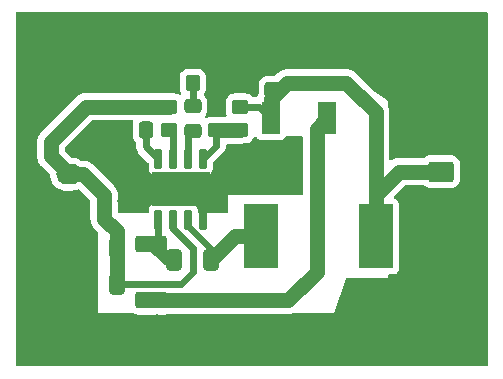
<source format=gtl>
G04 #@! TF.GenerationSoftware,KiCad,Pcbnew,(7.0.0)*
G04 #@! TF.CreationDate,2023-03-31T08:30:06+02:00*
G04 #@! TF.ProjectId,MP2393,4d503233-3933-42e6-9b69-6361645f7063,rev?*
G04 #@! TF.SameCoordinates,Original*
G04 #@! TF.FileFunction,Copper,L1,Top*
G04 #@! TF.FilePolarity,Positive*
%FSLAX46Y46*%
G04 Gerber Fmt 4.6, Leading zero omitted, Abs format (unit mm)*
G04 Created by KiCad (PCBNEW (7.0.0)) date 2023-03-31 08:30:06*
%MOMM*%
%LPD*%
G01*
G04 APERTURE LIST*
G04 Aperture macros list*
%AMRoundRect*
0 Rectangle with rounded corners*
0 $1 Rounding radius*
0 $2 $3 $4 $5 $6 $7 $8 $9 X,Y pos of 4 corners*
0 Add a 4 corners polygon primitive as box body*
4,1,4,$2,$3,$4,$5,$6,$7,$8,$9,$2,$3,0*
0 Add four circle primitives for the rounded corners*
1,1,$1+$1,$2,$3*
1,1,$1+$1,$4,$5*
1,1,$1+$1,$6,$7*
1,1,$1+$1,$8,$9*
0 Add four rect primitives between the rounded corners*
20,1,$1+$1,$2,$3,$4,$5,0*
20,1,$1+$1,$4,$5,$6,$7,0*
20,1,$1+$1,$6,$7,$8,$9,0*
20,1,$1+$1,$8,$9,$2,$3,0*%
G04 Aperture macros list end*
G04 #@! TA.AperFunction,SMDPad,CuDef*
%ADD10RoundRect,0.249999X-1.075001X0.450001X-1.075001X-0.450001X1.075001X-0.450001X1.075001X0.450001X0*%
G04 #@! TD*
G04 #@! TA.AperFunction,SMDPad,CuDef*
%ADD11RoundRect,0.250000X0.412500X0.650000X-0.412500X0.650000X-0.412500X-0.650000X0.412500X-0.650000X0*%
G04 #@! TD*
G04 #@! TA.AperFunction,SMDPad,CuDef*
%ADD12RoundRect,0.250000X-0.412500X-0.650000X0.412500X-0.650000X0.412500X0.650000X-0.412500X0.650000X0*%
G04 #@! TD*
G04 #@! TA.AperFunction,SMDPad,CuDef*
%ADD13R,1.500000X2.700000*%
G04 #@! TD*
G04 #@! TA.AperFunction,SMDPad,CuDef*
%ADD14RoundRect,0.250000X-0.450000X0.350000X-0.450000X-0.350000X0.450000X-0.350000X0.450000X0.350000X0*%
G04 #@! TD*
G04 #@! TA.AperFunction,SMDPad,CuDef*
%ADD15RoundRect,0.250000X0.350000X0.450000X-0.350000X0.450000X-0.350000X-0.450000X0.350000X-0.450000X0*%
G04 #@! TD*
G04 #@! TA.AperFunction,SMDPad,CuDef*
%ADD16RoundRect,0.250000X0.337500X0.475000X-0.337500X0.475000X-0.337500X-0.475000X0.337500X-0.475000X0*%
G04 #@! TD*
G04 #@! TA.AperFunction,SMDPad,CuDef*
%ADD17R,2.900000X5.400000*%
G04 #@! TD*
G04 #@! TA.AperFunction,SMDPad,CuDef*
%ADD18RoundRect,0.150000X0.150000X-0.737500X0.150000X0.737500X-0.150000X0.737500X-0.150000X-0.737500X0*%
G04 #@! TD*
G04 #@! TA.AperFunction,ComponentPad*
%ADD19C,0.500000*%
G04 #@! TD*
G04 #@! TA.AperFunction,ComponentPad*
%ADD20C,2.500000*%
G04 #@! TD*
G04 #@! TA.AperFunction,SMDPad,CuDef*
%ADD21R,4.900000X2.950000*%
G04 #@! TD*
G04 #@! TA.AperFunction,SMDPad,CuDef*
%ADD22RoundRect,0.250000X0.475000X-0.337500X0.475000X0.337500X-0.475000X0.337500X-0.475000X-0.337500X0*%
G04 #@! TD*
G04 #@! TA.AperFunction,SMDPad,CuDef*
%ADD23RoundRect,0.250000X0.450000X-0.350000X0.450000X0.350000X-0.450000X0.350000X-0.450000X-0.350000X0*%
G04 #@! TD*
G04 #@! TA.AperFunction,ComponentPad*
%ADD24RoundRect,0.250000X-0.845000X0.620000X-0.845000X-0.620000X0.845000X-0.620000X0.845000X0.620000X0*%
G04 #@! TD*
G04 #@! TA.AperFunction,ComponentPad*
%ADD25O,2.190000X1.740000*%
G04 #@! TD*
G04 #@! TA.AperFunction,ComponentPad*
%ADD26RoundRect,0.250000X0.845000X-0.620000X0.845000X0.620000X-0.845000X0.620000X-0.845000X-0.620000X0*%
G04 #@! TD*
G04 #@! TA.AperFunction,SMDPad,CuDef*
%ADD27RoundRect,0.250000X0.650000X-0.412500X0.650000X0.412500X-0.650000X0.412500X-0.650000X-0.412500X0*%
G04 #@! TD*
G04 #@! TA.AperFunction,ViaPad*
%ADD28C,0.800000*%
G04 #@! TD*
G04 #@! TA.AperFunction,Conductor*
%ADD29C,1.300000*%
G04 #@! TD*
G04 #@! TA.AperFunction,Conductor*
%ADD30C,0.600000*%
G04 #@! TD*
G04 #@! TA.AperFunction,Conductor*
%ADD31C,1.000000*%
G04 #@! TD*
G04 APERTURE END LIST*
D10*
X131500000Y-24600000D03*
X131500000Y-29400000D03*
D11*
X128562500Y-25000000D03*
X125437500Y-25000000D03*
D12*
X133437500Y-26000000D03*
X136562500Y-26000000D03*
D13*
X146399999Y-13999999D03*
X141599999Y-13999999D03*
D14*
X133000000Y-13000000D03*
X133000000Y-15000000D03*
D15*
X137000000Y-11000000D03*
X135000000Y-11000000D03*
D16*
X131037500Y-15000000D03*
X128962500Y-15000000D03*
D17*
X140799999Y-23999999D03*
X150499999Y-23999999D03*
D18*
X132095000Y-22562500D03*
X133365000Y-22562500D03*
X134635000Y-22562500D03*
X135905000Y-22562500D03*
X135905000Y-17437500D03*
X134635000Y-17437500D03*
X133365000Y-17437500D03*
X132095000Y-17437500D03*
D19*
X132050000Y-20650000D03*
X133350000Y-20650000D03*
X134650000Y-20650000D03*
X135950000Y-20650000D03*
D20*
X134000000Y-20000000D03*
D21*
X133999999Y-19999999D03*
D19*
X132050000Y-19350000D03*
X134650000Y-19350000D03*
X135950000Y-19350000D03*
D11*
X128562500Y-28000000D03*
X125437500Y-28000000D03*
D22*
X135000000Y-15037500D03*
X135000000Y-12962500D03*
D23*
X139000000Y-15000000D03*
X139000000Y-13000000D03*
D24*
X156000000Y-18500000D03*
D25*
X155999999Y-21039999D03*
D26*
X124520000Y-21270000D03*
D25*
X124519999Y-18729999D03*
D14*
X137000000Y-13000000D03*
X137000000Y-15000000D03*
D27*
X142000000Y-11562500D03*
X142000000Y-8437500D03*
D28*
X132000000Y-31000000D03*
X129000000Y-7000000D03*
X128000000Y-31000000D03*
X129000000Y-9000000D03*
X134000000Y-31000000D03*
X143000000Y-19000000D03*
X153000000Y-9000000D03*
X126000000Y-31000000D03*
X153000000Y-7000000D03*
X133000000Y-11000000D03*
X151000000Y-31000000D03*
X155000000Y-13000000D03*
X157000000Y-13000000D03*
X159000000Y-9000000D03*
X125000000Y-7000000D03*
X141000000Y-19000000D03*
X129000000Y-11000000D03*
X123000000Y-11000000D03*
X157000000Y-9000000D03*
X155000000Y-31000000D03*
X127000000Y-7000000D03*
X149000000Y-33000000D03*
X159000000Y-7000000D03*
X159000000Y-33000000D03*
X137000000Y-21000000D03*
X133000000Y-7000000D03*
X141000000Y-17000000D03*
X123000000Y-7000000D03*
X124000000Y-33000000D03*
X139000000Y-19000000D03*
X127000000Y-17000000D03*
X157000000Y-11000000D03*
X153000000Y-31000000D03*
X157000000Y-7000000D03*
X127000000Y-11000000D03*
X129000000Y-21000000D03*
X151000000Y-33000000D03*
X151000000Y-9000000D03*
X151000000Y-11000000D03*
X125000000Y-11000000D03*
X131000000Y-11000000D03*
X134000000Y-33000000D03*
X131000000Y-21000000D03*
X137000000Y-19000000D03*
X149000000Y-31000000D03*
X159000000Y-11000000D03*
X157000000Y-15000000D03*
X129000000Y-19000000D03*
X126000000Y-33000000D03*
X128000000Y-33000000D03*
X157000000Y-33000000D03*
X123000000Y-9000000D03*
X125000000Y-9000000D03*
X155000000Y-15000000D03*
X153000000Y-13000000D03*
X131000000Y-7000000D03*
X159000000Y-13000000D03*
X157000000Y-31000000D03*
X159000000Y-15000000D03*
X149000000Y-7000000D03*
X129000000Y-17000000D03*
X155000000Y-33000000D03*
X131000000Y-9000000D03*
X159000000Y-31000000D03*
X153000000Y-11000000D03*
X153000000Y-33000000D03*
X130000000Y-33000000D03*
X132000000Y-33000000D03*
X127000000Y-15000000D03*
X153000000Y-15000000D03*
X139000000Y-17000000D03*
X125500000Y-16500000D03*
X155000000Y-11000000D03*
X149000000Y-9000000D03*
X131000000Y-19000000D03*
X133000000Y-9000000D03*
X151000000Y-7000000D03*
X124000000Y-31000000D03*
X143000000Y-17000000D03*
X130000000Y-31000000D03*
X127000000Y-9000000D03*
X155000000Y-7000000D03*
X155000000Y-9000000D03*
D29*
X128562500Y-23562500D02*
X127500000Y-22500000D01*
X123000000Y-16000000D02*
X123000000Y-17210000D01*
X127500000Y-20500000D02*
X125730000Y-18730000D01*
D30*
X133365000Y-22562500D02*
X133365000Y-23335009D01*
X133365000Y-23335009D02*
X135000000Y-24970009D01*
D29*
X123000000Y-17210000D02*
X124520000Y-18730000D01*
X125730000Y-18730000D02*
X124520000Y-18730000D01*
X126000000Y-13000000D02*
X123000000Y-16000000D01*
X128562500Y-28000000D02*
X128562500Y-25000000D01*
X128562500Y-25000000D02*
X128562500Y-23562500D01*
X133000000Y-13000000D02*
X126000000Y-13000000D01*
D30*
X135000000Y-24970009D02*
X135000000Y-27000000D01*
X135000000Y-27000000D02*
X134000000Y-28000000D01*
D29*
X127500000Y-22500000D02*
X127500000Y-20500000D01*
D30*
X134000000Y-28000000D02*
X128562500Y-28000000D01*
X135905000Y-22562500D02*
X135905000Y-20695000D01*
X135905000Y-20695000D02*
X135950000Y-20650000D01*
D29*
X137000000Y-13000000D02*
X137000000Y-11000000D01*
X143000000Y-11000000D02*
X148000000Y-11000000D01*
X150500000Y-20500000D02*
X150500000Y-24000000D01*
X152500000Y-18500000D02*
X150500000Y-20500000D01*
D30*
X139000000Y-13000000D02*
X140600000Y-13000000D01*
X140600000Y-13000000D02*
X141600000Y-14000000D01*
D29*
X148000000Y-11000000D02*
X150500000Y-13500000D01*
D30*
X141600000Y-11962500D02*
X142000000Y-11562500D01*
D29*
X141600000Y-14000000D02*
X141600000Y-12400000D01*
D30*
X141600000Y-14000000D02*
X141600000Y-11962500D01*
D29*
X156000000Y-18500000D02*
X152500000Y-18500000D01*
X141600000Y-12400000D02*
X143000000Y-11000000D01*
X150500000Y-13500000D02*
X150500000Y-20500000D01*
D30*
X135000000Y-11000000D02*
X135000000Y-12962500D01*
X134635000Y-15402500D02*
X135000000Y-15037500D01*
X134635000Y-17437500D02*
X134635000Y-15402500D01*
X131037500Y-16380000D02*
X132095000Y-17437500D01*
X131037500Y-15000000D02*
X131037500Y-16380000D01*
D31*
X132900000Y-26000000D02*
X131500000Y-24600000D01*
X133437500Y-26000000D02*
X132900000Y-26000000D01*
D30*
X132095000Y-24005000D02*
X131500000Y-24600000D01*
X132095000Y-22562500D02*
X132095000Y-24005000D01*
X134635000Y-23135000D02*
X136562500Y-25062500D01*
D29*
X138562500Y-24000000D02*
X136562500Y-26000000D01*
X140800000Y-24000000D02*
X138562500Y-24000000D01*
D30*
X136562500Y-25062500D02*
X136562500Y-26000000D01*
X134635000Y-22562500D02*
X134635000Y-23135000D01*
X136562500Y-26000000D02*
X137050000Y-26000000D01*
D29*
X146400000Y-14000000D02*
X145500000Y-14900000D01*
X145500000Y-14900000D02*
X145500000Y-27000000D01*
X145500000Y-27000000D02*
X143100000Y-29400000D01*
X143100000Y-29400000D02*
X131500000Y-29400000D01*
D30*
X137000000Y-15000000D02*
X137000000Y-16342500D01*
X137000000Y-16342500D02*
X135905000Y-17437500D01*
D29*
X139000000Y-15000000D02*
X137000000Y-15000000D01*
D30*
X133365000Y-15365000D02*
X133000000Y-15000000D01*
X133365000Y-17437500D02*
X133365000Y-15365000D01*
G04 #@! TA.AperFunction,Conductor*
G36*
X129905263Y-14172316D02*
G01*
X129950048Y-14210736D01*
X129972430Y-14265332D01*
X129967501Y-14324132D01*
X129952113Y-14370574D01*
X129941500Y-14474455D01*
X129941500Y-14477659D01*
X129941500Y-14477660D01*
X129941500Y-15522338D01*
X129941500Y-15522357D01*
X129941501Y-15525544D01*
X129941825Y-15528721D01*
X129941826Y-15528729D01*
X129949700Y-15605810D01*
X129952113Y-15629426D01*
X129954272Y-15635943D01*
X129954274Y-15635950D01*
X130002209Y-15780610D01*
X130007885Y-15797738D01*
X130011732Y-15803976D01*
X130011735Y-15803981D01*
X130069531Y-15897682D01*
X130100970Y-15948652D01*
X130106162Y-15953844D01*
X130106163Y-15953845D01*
X130192095Y-16039777D01*
X130219409Y-16080654D01*
X130229000Y-16128872D01*
X130229000Y-16288903D01*
X130229000Y-16471097D01*
X130230574Y-16477993D01*
X130230575Y-16478002D01*
X130237591Y-16508742D01*
X130239957Y-16522667D01*
X130243489Y-16554008D01*
X130243490Y-16554015D01*
X130244283Y-16561047D01*
X130246618Y-16567720D01*
X130246620Y-16567729D01*
X130257035Y-16597494D01*
X130260945Y-16611065D01*
X130267965Y-16641821D01*
X130267968Y-16641831D01*
X130269541Y-16648720D01*
X130283614Y-16677942D01*
X130286296Y-16683512D01*
X130291703Y-16696566D01*
X130302119Y-16726335D01*
X130302121Y-16726339D01*
X130304457Y-16733015D01*
X130308219Y-16739003D01*
X130308221Y-16739006D01*
X130325000Y-16765709D01*
X130331831Y-16778068D01*
X130348591Y-16812870D01*
X130372669Y-16843062D01*
X130380843Y-16854583D01*
X130397622Y-16881286D01*
X130401389Y-16887281D01*
X130406397Y-16892288D01*
X130406397Y-16892289D01*
X131249595Y-17735487D01*
X131276909Y-17776364D01*
X131286500Y-17824582D01*
X131286500Y-18241502D01*
X131289438Y-18278831D01*
X131335855Y-18438601D01*
X131420547Y-18581807D01*
X131538193Y-18699453D01*
X131681399Y-18784145D01*
X131841169Y-18830562D01*
X131878498Y-18833500D01*
X132309033Y-18833500D01*
X132311502Y-18833500D01*
X132348831Y-18830562D01*
X132508601Y-18784145D01*
X132651807Y-18699453D01*
X132654739Y-18696520D01*
X132702513Y-18674039D01*
X132757487Y-18674039D01*
X132805260Y-18696520D01*
X132808193Y-18699453D01*
X132951399Y-18784145D01*
X133111169Y-18830562D01*
X133148498Y-18833500D01*
X133579033Y-18833500D01*
X133581502Y-18833500D01*
X133618831Y-18830562D01*
X133778601Y-18784145D01*
X133921807Y-18699453D01*
X133924739Y-18696520D01*
X133972513Y-18674039D01*
X134027487Y-18674039D01*
X134075260Y-18696520D01*
X134078193Y-18699453D01*
X134221399Y-18784145D01*
X134381169Y-18830562D01*
X134418498Y-18833500D01*
X134849033Y-18833500D01*
X134851502Y-18833500D01*
X134888831Y-18830562D01*
X135048601Y-18784145D01*
X135191807Y-18699453D01*
X135194739Y-18696520D01*
X135242513Y-18674039D01*
X135297487Y-18674039D01*
X135345260Y-18696520D01*
X135348193Y-18699453D01*
X135491399Y-18784145D01*
X135651169Y-18830562D01*
X135688498Y-18833500D01*
X136119033Y-18833500D01*
X136121502Y-18833500D01*
X136158831Y-18830562D01*
X136318601Y-18784145D01*
X136461807Y-18699453D01*
X136579453Y-18581807D01*
X136664145Y-18438601D01*
X136710562Y-18278831D01*
X136713500Y-18241502D01*
X136713500Y-17824582D01*
X136723091Y-17776364D01*
X136750405Y-17735487D01*
X137603801Y-16882091D01*
X137603803Y-16882089D01*
X137603802Y-16882089D01*
X137636111Y-16849781D01*
X137656656Y-16817082D01*
X137664830Y-16805562D01*
X137688909Y-16775369D01*
X137705664Y-16740573D01*
X137712490Y-16728223D01*
X137733043Y-16695515D01*
X137745801Y-16659053D01*
X137751202Y-16646013D01*
X137767959Y-16611220D01*
X137776551Y-16573571D01*
X137780459Y-16560006D01*
X137793217Y-16523547D01*
X137797540Y-16485164D01*
X137799900Y-16471267D01*
X137808500Y-16433596D01*
X137808500Y-16284500D01*
X137825381Y-16221500D01*
X137871500Y-16175381D01*
X137934500Y-16158500D01*
X139050647Y-16158500D01*
X139053560Y-16158500D01*
X139213786Y-16143653D01*
X139320432Y-16113309D01*
X139354915Y-16108499D01*
X139497338Y-16108499D01*
X139500544Y-16108499D01*
X139604426Y-16097887D01*
X139772738Y-16042115D01*
X139923652Y-15949030D01*
X140049030Y-15823652D01*
X140142115Y-15672738D01*
X140164292Y-15605808D01*
X140194706Y-15556442D01*
X140244010Y-15525922D01*
X140301760Y-15520715D01*
X140355728Y-15541922D01*
X140394483Y-15585054D01*
X140395963Y-15587765D01*
X140399111Y-15596204D01*
X140404508Y-15603414D01*
X140404510Y-15603417D01*
X140461077Y-15678981D01*
X140486739Y-15713261D01*
X140493950Y-15718659D01*
X140584192Y-15786214D01*
X140603796Y-15800889D01*
X140740799Y-15851989D01*
X140801362Y-15858500D01*
X142395269Y-15858500D01*
X142398638Y-15858500D01*
X142459201Y-15851989D01*
X142596204Y-15800889D01*
X142713261Y-15713261D01*
X142800889Y-15596204D01*
X142806200Y-15581964D01*
X142833063Y-15539051D01*
X142874654Y-15510173D01*
X142924254Y-15500000D01*
X144215500Y-15500000D01*
X144278500Y-15516881D01*
X144324619Y-15563000D01*
X144341500Y-15626000D01*
X144341500Y-20374000D01*
X144324619Y-20437000D01*
X144278500Y-20483119D01*
X144215500Y-20500000D01*
X138000000Y-20500000D01*
X138000000Y-20516590D01*
X138000000Y-21874000D01*
X137983119Y-21937000D01*
X137937000Y-21983119D01*
X137874000Y-22000000D01*
X135569500Y-22000000D01*
X135506500Y-21983119D01*
X135460381Y-21937000D01*
X135443500Y-21874000D01*
X135443500Y-21760968D01*
X135443500Y-21758498D01*
X135440562Y-21721169D01*
X135394145Y-21561399D01*
X135309453Y-21418193D01*
X135191807Y-21300547D01*
X135102974Y-21248011D01*
X135055426Y-21219891D01*
X135055424Y-21219890D01*
X135048601Y-21215855D01*
X135040989Y-21213643D01*
X135040988Y-21213643D01*
X134895007Y-21171232D01*
X134895004Y-21171231D01*
X134888831Y-21169438D01*
X134882424Y-21168933D01*
X134882420Y-21168933D01*
X134853958Y-21166693D01*
X134853950Y-21166692D01*
X134851502Y-21166500D01*
X134418498Y-21166500D01*
X134416050Y-21166692D01*
X134416041Y-21166693D01*
X134387579Y-21168933D01*
X134387574Y-21168933D01*
X134381169Y-21169438D01*
X134374997Y-21171231D01*
X134374992Y-21171232D01*
X134229011Y-21213643D01*
X134229007Y-21213644D01*
X134221399Y-21215855D01*
X134214578Y-21219888D01*
X134214573Y-21219891D01*
X134085021Y-21296508D01*
X134085015Y-21296511D01*
X134078193Y-21300547D01*
X134075258Y-21303481D01*
X134027485Y-21325961D01*
X133972515Y-21325961D01*
X133924741Y-21303481D01*
X133921807Y-21300547D01*
X133914979Y-21296509D01*
X133914978Y-21296508D01*
X133785426Y-21219891D01*
X133785424Y-21219890D01*
X133778601Y-21215855D01*
X133770989Y-21213643D01*
X133770988Y-21213643D01*
X133625007Y-21171232D01*
X133625004Y-21171231D01*
X133618831Y-21169438D01*
X133612424Y-21168933D01*
X133612420Y-21168933D01*
X133583958Y-21166693D01*
X133583950Y-21166692D01*
X133581502Y-21166500D01*
X133148498Y-21166500D01*
X133146050Y-21166692D01*
X133146041Y-21166693D01*
X133117579Y-21168933D01*
X133117574Y-21168933D01*
X133111169Y-21169438D01*
X133104997Y-21171231D01*
X133104992Y-21171232D01*
X132959011Y-21213643D01*
X132959007Y-21213644D01*
X132951399Y-21215855D01*
X132944578Y-21219888D01*
X132944573Y-21219891D01*
X132815021Y-21296508D01*
X132815015Y-21296511D01*
X132808193Y-21300547D01*
X132805258Y-21303481D01*
X132757485Y-21325961D01*
X132702515Y-21325961D01*
X132654741Y-21303481D01*
X132651807Y-21300547D01*
X132644979Y-21296509D01*
X132644978Y-21296508D01*
X132515426Y-21219891D01*
X132515424Y-21219890D01*
X132508601Y-21215855D01*
X132500989Y-21213643D01*
X132500988Y-21213643D01*
X132355007Y-21171232D01*
X132355004Y-21171231D01*
X132348831Y-21169438D01*
X132342424Y-21168933D01*
X132342420Y-21168933D01*
X132313958Y-21166693D01*
X132313950Y-21166692D01*
X132311502Y-21166500D01*
X131878498Y-21166500D01*
X131876050Y-21166692D01*
X131876041Y-21166693D01*
X131847579Y-21168933D01*
X131847574Y-21168933D01*
X131841169Y-21169438D01*
X131834997Y-21171231D01*
X131834992Y-21171232D01*
X131689011Y-21213643D01*
X131689007Y-21213644D01*
X131681399Y-21215855D01*
X131674578Y-21219888D01*
X131674573Y-21219891D01*
X131545020Y-21296509D01*
X131545017Y-21296511D01*
X131538193Y-21300547D01*
X131532588Y-21306151D01*
X131532584Y-21306155D01*
X131426155Y-21412584D01*
X131426151Y-21412588D01*
X131420547Y-21418193D01*
X131416511Y-21425017D01*
X131416509Y-21425020D01*
X131339891Y-21554573D01*
X131339888Y-21554578D01*
X131335855Y-21561399D01*
X131333644Y-21569007D01*
X131333643Y-21569011D01*
X131291232Y-21714992D01*
X131291231Y-21714997D01*
X131289438Y-21721169D01*
X131286500Y-21758498D01*
X131286500Y-21760968D01*
X131286500Y-21874000D01*
X131269619Y-21937000D01*
X131223500Y-21983119D01*
X131160500Y-22000000D01*
X128784500Y-22000000D01*
X128721500Y-21983119D01*
X128675381Y-21937000D01*
X128658500Y-21874000D01*
X128658500Y-20529691D01*
X128658634Y-20523872D01*
X128658971Y-20516590D01*
X128662222Y-20446267D01*
X128660929Y-20437000D01*
X128651491Y-20369340D01*
X128650821Y-20363578D01*
X128643653Y-20286214D01*
X128638674Y-20268715D01*
X128635071Y-20251634D01*
X128633364Y-20239394D01*
X128633363Y-20239391D01*
X128632559Y-20233624D01*
X128607863Y-20159941D01*
X128606154Y-20154421D01*
X128586492Y-20085314D01*
X128586491Y-20085311D01*
X128584897Y-20079709D01*
X128576785Y-20063419D01*
X128570114Y-20047316D01*
X128564329Y-20030053D01*
X128526521Y-19962177D01*
X128523813Y-19957038D01*
X128489196Y-19887516D01*
X128482140Y-19878173D01*
X128478233Y-19872999D01*
X128468707Y-19858380D01*
X128459854Y-19842485D01*
X128410225Y-19782720D01*
X128406616Y-19778163D01*
X128363321Y-19720829D01*
X128363319Y-19720826D01*
X128359810Y-19716180D01*
X128355507Y-19712257D01*
X128355504Y-19712254D01*
X128302398Y-19663842D01*
X128298189Y-19659822D01*
X126570176Y-17931809D01*
X126566156Y-17927600D01*
X126517745Y-17874495D01*
X126517742Y-17874492D01*
X126513820Y-17870190D01*
X126509173Y-17866681D01*
X126509170Y-17866678D01*
X126451835Y-17823382D01*
X126447271Y-17819767D01*
X126391995Y-17773866D01*
X126391993Y-17773865D01*
X126387515Y-17770146D01*
X126382426Y-17767311D01*
X126382424Y-17767310D01*
X126371618Y-17761291D01*
X126357004Y-17751769D01*
X126355126Y-17750351D01*
X126342484Y-17740804D01*
X126337275Y-17738210D01*
X126337265Y-17738204D01*
X126272940Y-17706174D01*
X126267804Y-17703467D01*
X126199947Y-17665671D01*
X126194430Y-17663821D01*
X126194417Y-17663816D01*
X126182687Y-17659885D01*
X126166573Y-17653210D01*
X126155509Y-17647701D01*
X126155507Y-17647700D01*
X126150291Y-17645103D01*
X126144687Y-17643508D01*
X126144686Y-17643508D01*
X126075583Y-17623846D01*
X126070025Y-17622125D01*
X126001895Y-17599290D01*
X126001887Y-17599288D01*
X125996376Y-17597441D01*
X125978356Y-17594927D01*
X125961286Y-17591326D01*
X125949397Y-17587943D01*
X125949392Y-17587942D01*
X125943786Y-17586347D01*
X125937984Y-17585809D01*
X125937977Y-17585808D01*
X125866456Y-17579180D01*
X125860678Y-17578510D01*
X125789506Y-17568583D01*
X125789503Y-17568582D01*
X125783733Y-17567778D01*
X125777913Y-17568047D01*
X125706128Y-17571366D01*
X125700309Y-17571500D01*
X125530560Y-17571500D01*
X125469111Y-17555500D01*
X125319528Y-17471938D01*
X125319525Y-17471936D01*
X125314859Y-17469330D01*
X125309821Y-17467550D01*
X125309819Y-17467549D01*
X125098652Y-17392939D01*
X125098650Y-17392938D01*
X125093608Y-17391157D01*
X125088338Y-17390253D01*
X125088333Y-17390252D01*
X124867596Y-17352403D01*
X124867592Y-17352402D01*
X124862328Y-17351500D01*
X124856980Y-17351500D01*
X124832057Y-17351500D01*
X124783839Y-17341909D01*
X124742961Y-17314595D01*
X124195404Y-16767037D01*
X124168091Y-16726160D01*
X124158500Y-16677942D01*
X124158500Y-16532057D01*
X124168091Y-16483839D01*
X124195405Y-16442962D01*
X126442961Y-14195405D01*
X126483838Y-14168091D01*
X126532056Y-14158500D01*
X129847897Y-14158500D01*
X129905263Y-14172316D01*
G37*
G04 #@! TD.AperFunction*
G04 #@! TA.AperFunction,Conductor*
G36*
X159936500Y-5017381D02*
G01*
X159982619Y-5063500D01*
X159999500Y-5126500D01*
X159999500Y-34873500D01*
X159982619Y-34936500D01*
X159936500Y-34982619D01*
X159873500Y-34999500D01*
X120126500Y-34999500D01*
X120063500Y-34982619D01*
X120017381Y-34936500D01*
X120000500Y-34873500D01*
X120000500Y-17263733D01*
X121837778Y-17263733D01*
X121838582Y-17269503D01*
X121838583Y-17269506D01*
X121848510Y-17340678D01*
X121849180Y-17346456D01*
X121855808Y-17417977D01*
X121855809Y-17417984D01*
X121856347Y-17423786D01*
X121857942Y-17429392D01*
X121857943Y-17429397D01*
X121861326Y-17441286D01*
X121864927Y-17458356D01*
X121867441Y-17476376D01*
X121869288Y-17481887D01*
X121869290Y-17481895D01*
X121892125Y-17550025D01*
X121893846Y-17555583D01*
X121903053Y-17587943D01*
X121915103Y-17630291D01*
X121917700Y-17635507D01*
X121917701Y-17635509D01*
X121923210Y-17646573D01*
X121929885Y-17662687D01*
X121933816Y-17674417D01*
X121933821Y-17674430D01*
X121935671Y-17679947D01*
X121973461Y-17747792D01*
X121976174Y-17752940D01*
X122008204Y-17817265D01*
X122008210Y-17817275D01*
X122010804Y-17822484D01*
X122021769Y-17837004D01*
X122031291Y-17851618D01*
X122040146Y-17867515D01*
X122043865Y-17871993D01*
X122043866Y-17871995D01*
X122089767Y-17927271D01*
X122093381Y-17931834D01*
X122140190Y-17993820D01*
X122144492Y-17997741D01*
X122144495Y-17997745D01*
X122197590Y-18046146D01*
X122201801Y-18050167D01*
X122882041Y-18730408D01*
X122908304Y-18768824D01*
X122918831Y-18814154D01*
X122922494Y-18900374D01*
X122922494Y-18900380D01*
X122922722Y-18905727D01*
X122923849Y-18910960D01*
X122923850Y-18910961D01*
X122971030Y-19129880D01*
X122971031Y-19129886D01*
X122972159Y-19135116D01*
X122974155Y-19140085D01*
X122974156Y-19140086D01*
X123057656Y-19347887D01*
X123057659Y-19347894D01*
X123059651Y-19352850D01*
X123062454Y-19357403D01*
X123062456Y-19357406D01*
X123118841Y-19448981D01*
X123182683Y-19552665D01*
X123337714Y-19728815D01*
X123520284Y-19876230D01*
X123725141Y-19990670D01*
X123946392Y-20068843D01*
X124177672Y-20108500D01*
X124800892Y-20108500D01*
X124803558Y-20108500D01*
X124978810Y-20093584D01*
X125205894Y-20034456D01*
X125257491Y-20011131D01*
X125306712Y-19999974D01*
X125356368Y-20009032D01*
X125398484Y-20036851D01*
X126304595Y-20942962D01*
X126331909Y-20983839D01*
X126341500Y-21032057D01*
X126341500Y-22470309D01*
X126341365Y-22476128D01*
X126337778Y-22553733D01*
X126338582Y-22559503D01*
X126338583Y-22559506D01*
X126348510Y-22630678D01*
X126349180Y-22636456D01*
X126355808Y-22707977D01*
X126355809Y-22707984D01*
X126356347Y-22713786D01*
X126357942Y-22719392D01*
X126357943Y-22719397D01*
X126361326Y-22731286D01*
X126364927Y-22748356D01*
X126367441Y-22766376D01*
X126369288Y-22771887D01*
X126369290Y-22771895D01*
X126392125Y-22840025D01*
X126393845Y-22845582D01*
X126415103Y-22920291D01*
X126417700Y-22925507D01*
X126417701Y-22925509D01*
X126423210Y-22936573D01*
X126429885Y-22952687D01*
X126433816Y-22964417D01*
X126433821Y-22964430D01*
X126435671Y-22969947D01*
X126473461Y-23037792D01*
X126476174Y-23042940D01*
X126508204Y-23107265D01*
X126508210Y-23107275D01*
X126510804Y-23112484D01*
X126521769Y-23127004D01*
X126531291Y-23141618D01*
X126540146Y-23157515D01*
X126543865Y-23161993D01*
X126543866Y-23161995D01*
X126589767Y-23217271D01*
X126593382Y-23221835D01*
X126636678Y-23279170D01*
X126636681Y-23279173D01*
X126640190Y-23283820D01*
X126644492Y-23287742D01*
X126644495Y-23287745D01*
X126697600Y-23336156D01*
X126701809Y-23340176D01*
X126963095Y-23601462D01*
X126990409Y-23642339D01*
X127000000Y-23690557D01*
X127000000Y-30500000D01*
X129998249Y-30500000D01*
X130064395Y-30518758D01*
X130102261Y-30542115D01*
X130270573Y-30597887D01*
X130374454Y-30608500D01*
X132622341Y-30608500D01*
X132625546Y-30608500D01*
X132729427Y-30597887D01*
X132828991Y-30564895D01*
X132868624Y-30558500D01*
X143070309Y-30558500D01*
X143076128Y-30558634D01*
X143153733Y-30562222D01*
X143159510Y-30561416D01*
X143159512Y-30561416D01*
X143230660Y-30551491D01*
X143236420Y-30550821D01*
X143313786Y-30543653D01*
X143331283Y-30538673D01*
X143348350Y-30535073D01*
X143366376Y-30532559D01*
X143440073Y-30507857D01*
X143445583Y-30506153D01*
X143446739Y-30505823D01*
X143450331Y-30504803D01*
X143484787Y-30500000D01*
X146986836Y-30500000D01*
X147000000Y-30500000D01*
X147971282Y-27586155D01*
X147997608Y-27541217D01*
X148039859Y-27510764D01*
X148090816Y-27500000D01*
X151483410Y-27500000D01*
X151500000Y-27500000D01*
X151500000Y-27334500D01*
X151516881Y-27271500D01*
X151563000Y-27225381D01*
X151626000Y-27208500D01*
X151995269Y-27208500D01*
X151998638Y-27208500D01*
X152059201Y-27201989D01*
X152196204Y-27150889D01*
X152313261Y-27063261D01*
X152400889Y-26946204D01*
X152451989Y-26809201D01*
X152458500Y-26748638D01*
X152458500Y-21251362D01*
X152451989Y-21190799D01*
X152400889Y-21053796D01*
X152384615Y-21032057D01*
X152318659Y-20943950D01*
X152313261Y-20936739D01*
X152306049Y-20931340D01*
X152203417Y-20854510D01*
X152203414Y-20854508D01*
X152196204Y-20849111D01*
X152187765Y-20845963D01*
X152187757Y-20845959D01*
X152083504Y-20807074D01*
X152032312Y-20771531D01*
X152004416Y-20715802D01*
X152006641Y-20653520D01*
X152038439Y-20599927D01*
X152942965Y-19695401D01*
X152983839Y-19668091D01*
X153032057Y-19658500D01*
X154568628Y-19658500D01*
X154616846Y-19668091D01*
X154657723Y-19695404D01*
X154681348Y-19719030D01*
X154687596Y-19722883D01*
X154687595Y-19722883D01*
X154826018Y-19808264D01*
X154826020Y-19808265D01*
X154832262Y-19812115D01*
X155000574Y-19867887D01*
X155104455Y-19878500D01*
X156895544Y-19878499D01*
X156999426Y-19867887D01*
X157167738Y-19812115D01*
X157318652Y-19719030D01*
X157444030Y-19593652D01*
X157537115Y-19442738D01*
X157592887Y-19274426D01*
X157603500Y-19170545D01*
X157603499Y-17829456D01*
X157592887Y-17725574D01*
X157537115Y-17557262D01*
X157532651Y-17550025D01*
X157457519Y-17428217D01*
X157444030Y-17406348D01*
X157318652Y-17280970D01*
X157281271Y-17257913D01*
X157173981Y-17191735D01*
X157173976Y-17191732D01*
X157167738Y-17187885D01*
X157160776Y-17185578D01*
X157160774Y-17185577D01*
X157005951Y-17134275D01*
X157005949Y-17134274D01*
X156999426Y-17132113D01*
X156992589Y-17131414D01*
X156992587Y-17131414D01*
X156898729Y-17121825D01*
X156898723Y-17121824D01*
X156895545Y-17121500D01*
X156892339Y-17121500D01*
X155107661Y-17121500D01*
X155107641Y-17121500D01*
X155104456Y-17121501D01*
X155101279Y-17121825D01*
X155101270Y-17121826D01*
X155007411Y-17131414D01*
X155007405Y-17131415D01*
X155000574Y-17132113D01*
X154994058Y-17134271D01*
X154994049Y-17134274D01*
X154839225Y-17185577D01*
X154839219Y-17185579D01*
X154832262Y-17187885D01*
X154826026Y-17191730D01*
X154826018Y-17191735D01*
X154687595Y-17277116D01*
X154687590Y-17277119D01*
X154681348Y-17280970D01*
X154676158Y-17286159D01*
X154676154Y-17286163D01*
X154657723Y-17304595D01*
X154616846Y-17331909D01*
X154568628Y-17341500D01*
X152529691Y-17341500D01*
X152523872Y-17341366D01*
X152452085Y-17338047D01*
X152446267Y-17337778D01*
X152440498Y-17338582D01*
X152440491Y-17338583D01*
X152369319Y-17348510D01*
X152363542Y-17349180D01*
X152292011Y-17355809D01*
X152292002Y-17355810D01*
X152286214Y-17356347D01*
X152280623Y-17357937D01*
X152280610Y-17357940D01*
X152268702Y-17361328D01*
X152251645Y-17364926D01*
X152233624Y-17367441D01*
X152228103Y-17369291D01*
X152228100Y-17369292D01*
X152159979Y-17392123D01*
X152154423Y-17393843D01*
X152085316Y-17413506D01*
X152085300Y-17413511D01*
X152079709Y-17415103D01*
X152074501Y-17417695D01*
X152074496Y-17417698D01*
X152063416Y-17423215D01*
X152047311Y-17429885D01*
X152035585Y-17433815D01*
X152035569Y-17433821D01*
X152030053Y-17435671D01*
X152024967Y-17438503D01*
X152024962Y-17438506D01*
X151962181Y-17473475D01*
X151957033Y-17476188D01*
X151892730Y-17508207D01*
X151892724Y-17508210D01*
X151887516Y-17510804D01*
X151882879Y-17514305D01*
X151882862Y-17514316D01*
X151872985Y-17521775D01*
X151858388Y-17531287D01*
X151853492Y-17534014D01*
X151845822Y-17538286D01*
X151783056Y-17554209D01*
X151720668Y-17536852D01*
X151675141Y-17490800D01*
X151658500Y-17428217D01*
X151658500Y-13529691D01*
X151658634Y-13523872D01*
X151659849Y-13497588D01*
X151662222Y-13446267D01*
X151651491Y-13369340D01*
X151650821Y-13363578D01*
X151643653Y-13286214D01*
X151638674Y-13268715D01*
X151635071Y-13251634D01*
X151633364Y-13239394D01*
X151633363Y-13239391D01*
X151632559Y-13233624D01*
X151607863Y-13159941D01*
X151606154Y-13154421D01*
X151586492Y-13085314D01*
X151586491Y-13085311D01*
X151584897Y-13079709D01*
X151576785Y-13063419D01*
X151570114Y-13047316D01*
X151564329Y-13030053D01*
X151526521Y-12962177D01*
X151523812Y-12957036D01*
X151513208Y-12935739D01*
X151500000Y-12879579D01*
X151500000Y-12515558D01*
X151500000Y-12500000D01*
X151466116Y-12477411D01*
X150425481Y-11783654D01*
X150406278Y-11767911D01*
X148840176Y-10201809D01*
X148836156Y-10197600D01*
X148787745Y-10144495D01*
X148787742Y-10144492D01*
X148783820Y-10140190D01*
X148779173Y-10136681D01*
X148779170Y-10136678D01*
X148721835Y-10093382D01*
X148717271Y-10089767D01*
X148661995Y-10043866D01*
X148661992Y-10043864D01*
X148657515Y-10040146D01*
X148652426Y-10037311D01*
X148652424Y-10037310D01*
X148641618Y-10031291D01*
X148627004Y-10021769D01*
X148612484Y-10010804D01*
X148607275Y-10008210D01*
X148607265Y-10008204D01*
X148542940Y-9976174D01*
X148537804Y-9973467D01*
X148469947Y-9935671D01*
X148464430Y-9933821D01*
X148464417Y-9933816D01*
X148452687Y-9929885D01*
X148436573Y-9923210D01*
X148425509Y-9917701D01*
X148425507Y-9917700D01*
X148420291Y-9915103D01*
X148414687Y-9913508D01*
X148414686Y-9913508D01*
X148345583Y-9893846D01*
X148340025Y-9892125D01*
X148271895Y-9869290D01*
X148271887Y-9869288D01*
X148266376Y-9867441D01*
X148248356Y-9864927D01*
X148231286Y-9861326D01*
X148219397Y-9857943D01*
X148219392Y-9857942D01*
X148213786Y-9856347D01*
X148207984Y-9855809D01*
X148207977Y-9855808D01*
X148136456Y-9849180D01*
X148130678Y-9848510D01*
X148059506Y-9838583D01*
X148059503Y-9838582D01*
X148053733Y-9837778D01*
X148047913Y-9838047D01*
X147976128Y-9841366D01*
X147970309Y-9841500D01*
X143029691Y-9841500D01*
X143023872Y-9841366D01*
X142952085Y-9838047D01*
X142946267Y-9837778D01*
X142940498Y-9838582D01*
X142940491Y-9838583D01*
X142869319Y-9848510D01*
X142863542Y-9849180D01*
X142792011Y-9855809D01*
X142792002Y-9855810D01*
X142786214Y-9856347D01*
X142780623Y-9857937D01*
X142780610Y-9857940D01*
X142768702Y-9861328D01*
X142751645Y-9864926D01*
X142733624Y-9867441D01*
X142728103Y-9869291D01*
X142728100Y-9869292D01*
X142659979Y-9892123D01*
X142654423Y-9893843D01*
X142585316Y-9913506D01*
X142585300Y-9913511D01*
X142579709Y-9915103D01*
X142574501Y-9917695D01*
X142574496Y-9917698D01*
X142563416Y-9923215D01*
X142547311Y-9929885D01*
X142535585Y-9933815D01*
X142535569Y-9933821D01*
X142530053Y-9935671D01*
X142524967Y-9938503D01*
X142524962Y-9938506D01*
X142462181Y-9973475D01*
X142457033Y-9976188D01*
X142392730Y-10008207D01*
X142392724Y-10008210D01*
X142387516Y-10010804D01*
X142382879Y-10014305D01*
X142382862Y-10014316D01*
X142372985Y-10021775D01*
X142358384Y-10031289D01*
X142347573Y-10037311D01*
X142347566Y-10037315D01*
X142342485Y-10040146D01*
X142338014Y-10043858D01*
X142338006Y-10043864D01*
X142282719Y-10089773D01*
X142278159Y-10093384D01*
X142220833Y-10136675D01*
X142220825Y-10136682D01*
X142216180Y-10140190D01*
X142212257Y-10144492D01*
X142212256Y-10144494D01*
X142163853Y-10197589D01*
X142159834Y-10201797D01*
X142007036Y-10354595D01*
X141966159Y-10381909D01*
X141917941Y-10391500D01*
X141302661Y-10391500D01*
X141302641Y-10391500D01*
X141299456Y-10391501D01*
X141296279Y-10391825D01*
X141296270Y-10391826D01*
X141202411Y-10401414D01*
X141202405Y-10401415D01*
X141195574Y-10402113D01*
X141189058Y-10404271D01*
X141189049Y-10404274D01*
X141034225Y-10455577D01*
X141034219Y-10455579D01*
X141027262Y-10457885D01*
X141021026Y-10461730D01*
X141021018Y-10461735D01*
X140882595Y-10547116D01*
X140882590Y-10547119D01*
X140876348Y-10550970D01*
X140871158Y-10556159D01*
X140871154Y-10556163D01*
X140756163Y-10671154D01*
X140756159Y-10671158D01*
X140750970Y-10676348D01*
X140747119Y-10682590D01*
X140747116Y-10682595D01*
X140661735Y-10821018D01*
X140661730Y-10821026D01*
X140657885Y-10827262D01*
X140655579Y-10834219D01*
X140655577Y-10834225D01*
X140604275Y-10989048D01*
X140602113Y-10995574D01*
X140591500Y-11099455D01*
X140591500Y-11102661D01*
X140591500Y-11796647D01*
X140578283Y-11852825D01*
X140576175Y-11857057D01*
X140573469Y-11862190D01*
X140538508Y-11924957D01*
X140538502Y-11924969D01*
X140535671Y-11930053D01*
X140533821Y-11935569D01*
X140533815Y-11935585D01*
X140529885Y-11947311D01*
X140523215Y-11963416D01*
X140517698Y-11974496D01*
X140517695Y-11974501D01*
X140515103Y-11979709D01*
X140513511Y-11985300D01*
X140513506Y-11985316D01*
X140493843Y-12054423D01*
X140492123Y-12059980D01*
X140476853Y-12105541D01*
X140450500Y-12150385D01*
X140408278Y-12180764D01*
X140357384Y-12191500D01*
X140116372Y-12191500D01*
X140068154Y-12181909D01*
X140027277Y-12154595D01*
X139928845Y-12056163D01*
X139928844Y-12056162D01*
X139923652Y-12050970D01*
X139901506Y-12037310D01*
X139778981Y-11961735D01*
X139778976Y-11961732D01*
X139772738Y-11957885D01*
X139765776Y-11955578D01*
X139765774Y-11955577D01*
X139610951Y-11904275D01*
X139610949Y-11904274D01*
X139604426Y-11902113D01*
X139597589Y-11901414D01*
X139597587Y-11901414D01*
X139503729Y-11891825D01*
X139503723Y-11891824D01*
X139500545Y-11891500D01*
X139497339Y-11891500D01*
X138502661Y-11891500D01*
X138502641Y-11891500D01*
X138499456Y-11891501D01*
X138496279Y-11891825D01*
X138496270Y-11891826D01*
X138402411Y-11901414D01*
X138402405Y-11901415D01*
X138395574Y-11902113D01*
X138389058Y-11904271D01*
X138389049Y-11904274D01*
X138234225Y-11955577D01*
X138234219Y-11955579D01*
X138227262Y-11957885D01*
X138221026Y-11961730D01*
X138221018Y-11961735D01*
X138082595Y-12047116D01*
X138082590Y-12047119D01*
X138076348Y-12050970D01*
X138071158Y-12056159D01*
X138071154Y-12056163D01*
X137956163Y-12171154D01*
X137956159Y-12171158D01*
X137950970Y-12176348D01*
X137947119Y-12182590D01*
X137947116Y-12182595D01*
X137861735Y-12321018D01*
X137861730Y-12321026D01*
X137857885Y-12327262D01*
X137855579Y-12334219D01*
X137855577Y-12334225D01*
X137804275Y-12489048D01*
X137802113Y-12495574D01*
X137801414Y-12502408D01*
X137801414Y-12502412D01*
X137791825Y-12596270D01*
X137791500Y-12599455D01*
X137791500Y-12602659D01*
X137791500Y-12602660D01*
X137791500Y-13397338D01*
X137791500Y-13397357D01*
X137791501Y-13400544D01*
X137791825Y-13403721D01*
X137791826Y-13403729D01*
X137797671Y-13460951D01*
X137802113Y-13504426D01*
X137804272Y-13510943D01*
X137804274Y-13510950D01*
X137857885Y-13672738D01*
X137856015Y-13673357D01*
X137865471Y-13723729D01*
X137846011Y-13783193D01*
X137800348Y-13825966D01*
X137739740Y-13841500D01*
X136946440Y-13841500D01*
X136943551Y-13841767D01*
X136943544Y-13841768D01*
X136792011Y-13855809D01*
X136792002Y-13855810D01*
X136786214Y-13856347D01*
X136780614Y-13857940D01*
X136780610Y-13857941D01*
X136679566Y-13886690D01*
X136645086Y-13891500D01*
X136502662Y-13891500D01*
X136502642Y-13891500D01*
X136499456Y-13891501D01*
X136496280Y-13891825D01*
X136496269Y-13891826D01*
X136402411Y-13901414D01*
X136402405Y-13901415D01*
X136395574Y-13902113D01*
X136389058Y-13904271D01*
X136389049Y-13904274D01*
X136234217Y-13955580D01*
X136234214Y-13955581D01*
X136231426Y-13956505D01*
X136231421Y-13956506D01*
X136227262Y-13957885D01*
X136227051Y-13957250D01*
X136166997Y-13967471D01*
X136104785Y-13943577D01*
X136063463Y-13891291D01*
X136054590Y-13825241D01*
X136075994Y-13774863D01*
X136074030Y-13773652D01*
X136135893Y-13673357D01*
X136167115Y-13622738D01*
X136222887Y-13454426D01*
X136233500Y-13350545D01*
X136233499Y-12574456D01*
X136222887Y-12470574D01*
X136167115Y-12302262D01*
X136074030Y-12151348D01*
X135980299Y-12057617D01*
X135950580Y-12010466D01*
X135944110Y-11955108D01*
X135962154Y-11902375D01*
X136038261Y-11778987D01*
X136038262Y-11778984D01*
X136042115Y-11772738D01*
X136097887Y-11604426D01*
X136108500Y-11500545D01*
X136108499Y-10499456D01*
X136097887Y-10395574D01*
X136042115Y-10227262D01*
X136026415Y-10201809D01*
X135958454Y-10091627D01*
X135949030Y-10076348D01*
X135823652Y-9950970D01*
X135803445Y-9938506D01*
X135678981Y-9861735D01*
X135678976Y-9861732D01*
X135672738Y-9857885D01*
X135665776Y-9855578D01*
X135665774Y-9855577D01*
X135510951Y-9804275D01*
X135510949Y-9804274D01*
X135504426Y-9802113D01*
X135497589Y-9801414D01*
X135497587Y-9801414D01*
X135403729Y-9791825D01*
X135403723Y-9791824D01*
X135400545Y-9791500D01*
X135397339Y-9791500D01*
X134602661Y-9791500D01*
X134602641Y-9791500D01*
X134599456Y-9791501D01*
X134596279Y-9791825D01*
X134596270Y-9791826D01*
X134502411Y-9801414D01*
X134502405Y-9801415D01*
X134495574Y-9802113D01*
X134489058Y-9804271D01*
X134489049Y-9804274D01*
X134334225Y-9855577D01*
X134334219Y-9855579D01*
X134327262Y-9857885D01*
X134321026Y-9861730D01*
X134321018Y-9861735D01*
X134182595Y-9947116D01*
X134182590Y-9947119D01*
X134176348Y-9950970D01*
X134171158Y-9956159D01*
X134171154Y-9956163D01*
X134056163Y-10071154D01*
X134056159Y-10071158D01*
X134050970Y-10076348D01*
X134047119Y-10082590D01*
X134047116Y-10082595D01*
X133961735Y-10221018D01*
X133961730Y-10221026D01*
X133957885Y-10227262D01*
X133955579Y-10234219D01*
X133955577Y-10234225D01*
X133906641Y-10381909D01*
X133902113Y-10395574D01*
X133901414Y-10402408D01*
X133901414Y-10402412D01*
X133891825Y-10496270D01*
X133891500Y-10499455D01*
X133891500Y-10502659D01*
X133891500Y-10502660D01*
X133891500Y-11497338D01*
X133891500Y-11497357D01*
X133891501Y-11500544D01*
X133902113Y-11604426D01*
X133904272Y-11610943D01*
X133904274Y-11610950D01*
X133955577Y-11765774D01*
X133957885Y-11772738D01*
X133961733Y-11778977D01*
X133961737Y-11778985D01*
X133976812Y-11803425D01*
X133995552Y-11867373D01*
X133979055Y-11931935D01*
X133931935Y-11979055D01*
X133867373Y-11995552D01*
X133803425Y-11976812D01*
X133778985Y-11961737D01*
X133778977Y-11961733D01*
X133772738Y-11957885D01*
X133765776Y-11955578D01*
X133765774Y-11955577D01*
X133610951Y-11904275D01*
X133610949Y-11904274D01*
X133604426Y-11902113D01*
X133597589Y-11901414D01*
X133597587Y-11901414D01*
X133503729Y-11891825D01*
X133503723Y-11891824D01*
X133500545Y-11891500D01*
X133497340Y-11891500D01*
X133354913Y-11891500D01*
X133320432Y-11886690D01*
X133219388Y-11857940D01*
X133219378Y-11857938D01*
X133213786Y-11856347D01*
X133207980Y-11855809D01*
X133056455Y-11841768D01*
X133056449Y-11841767D01*
X133053560Y-11841500D01*
X133050647Y-11841500D01*
X126029691Y-11841500D01*
X126023872Y-11841366D01*
X125952085Y-11838047D01*
X125946267Y-11837778D01*
X125940497Y-11838582D01*
X125940492Y-11838583D01*
X125869321Y-11848510D01*
X125863543Y-11849180D01*
X125792010Y-11855809D01*
X125792000Y-11855810D01*
X125786214Y-11856347D01*
X125780623Y-11857937D01*
X125780610Y-11857940D01*
X125768702Y-11861328D01*
X125751644Y-11864927D01*
X125739393Y-11866636D01*
X125739390Y-11866636D01*
X125733625Y-11867441D01*
X125728109Y-11869289D01*
X125728099Y-11869292D01*
X125659983Y-11892122D01*
X125654426Y-11893843D01*
X125585304Y-11913510D01*
X125585294Y-11913513D01*
X125579709Y-11915103D01*
X125574503Y-11917694D01*
X125574495Y-11917698D01*
X125563416Y-11923214D01*
X125547316Y-11929883D01*
X125535578Y-11933818D01*
X125535569Y-11933821D01*
X125530053Y-11935671D01*
X125524973Y-11938499D01*
X125524967Y-11938503D01*
X125462181Y-11973474D01*
X125457036Y-11976186D01*
X125449961Y-11979709D01*
X125387516Y-12010804D01*
X125382875Y-12014307D01*
X125382866Y-12014314D01*
X125372998Y-12021766D01*
X125358391Y-12031284D01*
X125347572Y-12037310D01*
X125347560Y-12037317D01*
X125342485Y-12040145D01*
X125318599Y-12059980D01*
X125282731Y-12089764D01*
X125278170Y-12093376D01*
X125220833Y-12136675D01*
X125220825Y-12136681D01*
X125216180Y-12140190D01*
X125212257Y-12144492D01*
X125212256Y-12144494D01*
X125163843Y-12197600D01*
X125159824Y-12201808D01*
X122201797Y-15159834D01*
X122197588Y-15163853D01*
X122140190Y-15216180D01*
X122136682Y-15220825D01*
X122136675Y-15220833D01*
X122093384Y-15278159D01*
X122089773Y-15282719D01*
X122043864Y-15338006D01*
X122043858Y-15338014D01*
X122040146Y-15342485D01*
X122037315Y-15347566D01*
X122037311Y-15347573D01*
X122031289Y-15358384D01*
X122021775Y-15372985D01*
X122014316Y-15382862D01*
X122014305Y-15382879D01*
X122010804Y-15387516D01*
X122008210Y-15392724D01*
X122008207Y-15392730D01*
X121976188Y-15457033D01*
X121973475Y-15462181D01*
X121938506Y-15524962D01*
X121938503Y-15524967D01*
X121935671Y-15530053D01*
X121933821Y-15535569D01*
X121933815Y-15535585D01*
X121929885Y-15547311D01*
X121923215Y-15563416D01*
X121917698Y-15574496D01*
X121917695Y-15574501D01*
X121915103Y-15579709D01*
X121913511Y-15585300D01*
X121913506Y-15585316D01*
X121893843Y-15654423D01*
X121892123Y-15659979D01*
X121872457Y-15718659D01*
X121867441Y-15733624D01*
X121866637Y-15739390D01*
X121864927Y-15751644D01*
X121861328Y-15768702D01*
X121857940Y-15780610D01*
X121857937Y-15780623D01*
X121856347Y-15786214D01*
X121855810Y-15792002D01*
X121855809Y-15792011D01*
X121849180Y-15863542D01*
X121848510Y-15869319D01*
X121838583Y-15940491D01*
X121838582Y-15940498D01*
X121837778Y-15946267D01*
X121838047Y-15952085D01*
X121838047Y-15952086D01*
X121841366Y-16023872D01*
X121841500Y-16029691D01*
X121841500Y-17180309D01*
X121841365Y-17186128D01*
X121837778Y-17263733D01*
X120000500Y-17263733D01*
X120000500Y-5126500D01*
X120017381Y-5063500D01*
X120063500Y-5017381D01*
X120126500Y-5000500D01*
X159873500Y-5000500D01*
X159936500Y-5017381D01*
G37*
G04 #@! TD.AperFunction*
G04 #@! TA.AperFunction,Conductor*
G36*
X129905263Y-14172316D02*
G01*
X129950048Y-14210736D01*
X129972430Y-14265332D01*
X129967501Y-14324132D01*
X129952113Y-14370574D01*
X129941500Y-14474455D01*
X129941500Y-14477659D01*
X129941500Y-14477660D01*
X129941500Y-15522338D01*
X129941500Y-15522357D01*
X129941501Y-15525544D01*
X129941825Y-15528721D01*
X129941826Y-15528729D01*
X129949700Y-15605810D01*
X129952113Y-15629426D01*
X129954272Y-15635943D01*
X129954274Y-15635950D01*
X130002209Y-15780610D01*
X130007885Y-15797738D01*
X130011732Y-15803976D01*
X130011735Y-15803981D01*
X130069531Y-15897682D01*
X130100970Y-15948652D01*
X130106162Y-15953844D01*
X130106163Y-15953845D01*
X130192095Y-16039777D01*
X130219409Y-16080654D01*
X130229000Y-16128872D01*
X130229000Y-16288903D01*
X130229000Y-16471097D01*
X130230574Y-16477993D01*
X130230575Y-16478002D01*
X130237591Y-16508742D01*
X130239957Y-16522667D01*
X130243489Y-16554008D01*
X130243490Y-16554015D01*
X130244283Y-16561047D01*
X130246618Y-16567720D01*
X130246620Y-16567729D01*
X130257035Y-16597494D01*
X130260945Y-16611065D01*
X130267965Y-16641821D01*
X130267968Y-16641831D01*
X130269541Y-16648720D01*
X130283614Y-16677942D01*
X130286296Y-16683512D01*
X130291703Y-16696566D01*
X130302119Y-16726335D01*
X130302121Y-16726339D01*
X130304457Y-16733015D01*
X130308219Y-16739003D01*
X130308221Y-16739006D01*
X130325000Y-16765709D01*
X130331831Y-16778068D01*
X130348591Y-16812870D01*
X130372669Y-16843062D01*
X130380843Y-16854583D01*
X130397622Y-16881286D01*
X130401389Y-16887281D01*
X130406397Y-16892288D01*
X130406397Y-16892289D01*
X131249595Y-17735487D01*
X131276909Y-17776364D01*
X131286500Y-17824582D01*
X131286500Y-18241502D01*
X131289438Y-18278831D01*
X131335855Y-18438601D01*
X131420547Y-18581807D01*
X131538193Y-18699453D01*
X131681399Y-18784145D01*
X131841169Y-18830562D01*
X131878498Y-18833500D01*
X132309033Y-18833500D01*
X132311502Y-18833500D01*
X132348831Y-18830562D01*
X132508601Y-18784145D01*
X132651807Y-18699453D01*
X132654739Y-18696520D01*
X132702513Y-18674039D01*
X132757487Y-18674039D01*
X132805260Y-18696520D01*
X132808193Y-18699453D01*
X132951399Y-18784145D01*
X133111169Y-18830562D01*
X133148498Y-18833500D01*
X133579033Y-18833500D01*
X133581502Y-18833500D01*
X133618831Y-18830562D01*
X133778601Y-18784145D01*
X133921807Y-18699453D01*
X133924739Y-18696520D01*
X133972513Y-18674039D01*
X134027487Y-18674039D01*
X134075260Y-18696520D01*
X134078193Y-18699453D01*
X134221399Y-18784145D01*
X134381169Y-18830562D01*
X134418498Y-18833500D01*
X134849033Y-18833500D01*
X134851502Y-18833500D01*
X134888831Y-18830562D01*
X135048601Y-18784145D01*
X135191807Y-18699453D01*
X135194739Y-18696520D01*
X135242513Y-18674039D01*
X135297487Y-18674039D01*
X135345260Y-18696520D01*
X135348193Y-18699453D01*
X135491399Y-18784145D01*
X135651169Y-18830562D01*
X135688498Y-18833500D01*
X136119033Y-18833500D01*
X136121502Y-18833500D01*
X136158831Y-18830562D01*
X136318601Y-18784145D01*
X136461807Y-18699453D01*
X136579453Y-18581807D01*
X136664145Y-18438601D01*
X136710562Y-18278831D01*
X136713500Y-18241502D01*
X136713500Y-17824582D01*
X136723091Y-17776364D01*
X136750405Y-17735487D01*
X137603801Y-16882091D01*
X137603803Y-16882089D01*
X137603802Y-16882089D01*
X137636111Y-16849781D01*
X137656656Y-16817082D01*
X137664830Y-16805562D01*
X137688909Y-16775369D01*
X137705664Y-16740573D01*
X137712490Y-16728223D01*
X137733043Y-16695515D01*
X137745801Y-16659053D01*
X137751202Y-16646013D01*
X137767959Y-16611220D01*
X137776551Y-16573571D01*
X137780459Y-16560006D01*
X137793217Y-16523547D01*
X137797540Y-16485164D01*
X137799900Y-16471267D01*
X137808500Y-16433596D01*
X137808500Y-16284500D01*
X137825381Y-16221500D01*
X137871500Y-16175381D01*
X137934500Y-16158500D01*
X139050647Y-16158500D01*
X139053560Y-16158500D01*
X139213786Y-16143653D01*
X139320432Y-16113309D01*
X139354915Y-16108499D01*
X139497338Y-16108499D01*
X139500544Y-16108499D01*
X139604426Y-16097887D01*
X139772738Y-16042115D01*
X139923652Y-15949030D01*
X140049030Y-15823652D01*
X140142115Y-15672738D01*
X140164292Y-15605808D01*
X140194706Y-15556442D01*
X140244010Y-15525922D01*
X140301760Y-15520715D01*
X140355728Y-15541922D01*
X140394483Y-15585054D01*
X140395963Y-15587765D01*
X140399111Y-15596204D01*
X140404508Y-15603414D01*
X140404510Y-15603417D01*
X140461077Y-15678981D01*
X140486739Y-15713261D01*
X140493950Y-15718659D01*
X140584192Y-15786214D01*
X140603796Y-15800889D01*
X140740799Y-15851989D01*
X140801362Y-15858500D01*
X142395269Y-15858500D01*
X142398638Y-15858500D01*
X142459201Y-15851989D01*
X142596204Y-15800889D01*
X142713261Y-15713261D01*
X142800889Y-15596204D01*
X142806200Y-15581964D01*
X142833063Y-15539051D01*
X142874654Y-15510173D01*
X142924254Y-15500000D01*
X144215500Y-15500000D01*
X144278500Y-15516881D01*
X144324619Y-15563000D01*
X144341500Y-15626000D01*
X144341500Y-20374000D01*
X144324619Y-20437000D01*
X144278500Y-20483119D01*
X144215500Y-20500000D01*
X138000000Y-20500000D01*
X138000000Y-20516590D01*
X138000000Y-21874000D01*
X137983119Y-21937000D01*
X137937000Y-21983119D01*
X137874000Y-22000000D01*
X135569500Y-22000000D01*
X135506500Y-21983119D01*
X135460381Y-21937000D01*
X135443500Y-21874000D01*
X135443500Y-21760968D01*
X135443500Y-21758498D01*
X135440562Y-21721169D01*
X135394145Y-21561399D01*
X135309453Y-21418193D01*
X135191807Y-21300547D01*
X135102974Y-21248011D01*
X135055426Y-21219891D01*
X135055424Y-21219890D01*
X135048601Y-21215855D01*
X135040989Y-21213643D01*
X135040988Y-21213643D01*
X134895007Y-21171232D01*
X134895004Y-21171231D01*
X134888831Y-21169438D01*
X134882424Y-21168933D01*
X134882420Y-21168933D01*
X134853958Y-21166693D01*
X134853950Y-21166692D01*
X134851502Y-21166500D01*
X134418498Y-21166500D01*
X134416050Y-21166692D01*
X134416041Y-21166693D01*
X134387579Y-21168933D01*
X134387574Y-21168933D01*
X134381169Y-21169438D01*
X134374997Y-21171231D01*
X134374992Y-21171232D01*
X134229011Y-21213643D01*
X134229007Y-21213644D01*
X134221399Y-21215855D01*
X134214578Y-21219888D01*
X134214573Y-21219891D01*
X134085021Y-21296508D01*
X134085015Y-21296511D01*
X134078193Y-21300547D01*
X134075258Y-21303481D01*
X134027485Y-21325961D01*
X133972515Y-21325961D01*
X133924741Y-21303481D01*
X133921807Y-21300547D01*
X133914979Y-21296509D01*
X133914978Y-21296508D01*
X133785426Y-21219891D01*
X133785424Y-21219890D01*
X133778601Y-21215855D01*
X133770989Y-21213643D01*
X133770988Y-21213643D01*
X133625007Y-21171232D01*
X133625004Y-21171231D01*
X133618831Y-21169438D01*
X133612424Y-21168933D01*
X133612420Y-21168933D01*
X133583958Y-21166693D01*
X133583950Y-21166692D01*
X133581502Y-21166500D01*
X133148498Y-21166500D01*
X133146050Y-21166692D01*
X133146041Y-21166693D01*
X133117579Y-21168933D01*
X133117574Y-21168933D01*
X133111169Y-21169438D01*
X133104997Y-21171231D01*
X133104992Y-21171232D01*
X132959011Y-21213643D01*
X132959007Y-21213644D01*
X132951399Y-21215855D01*
X132944578Y-21219888D01*
X132944573Y-21219891D01*
X132815021Y-21296508D01*
X132815015Y-21296511D01*
X132808193Y-21300547D01*
X132805258Y-21303481D01*
X132757485Y-21325961D01*
X132702515Y-21325961D01*
X132654741Y-21303481D01*
X132651807Y-21300547D01*
X132644979Y-21296509D01*
X132644978Y-21296508D01*
X132515426Y-21219891D01*
X132515424Y-21219890D01*
X132508601Y-21215855D01*
X132500989Y-21213643D01*
X132500988Y-21213643D01*
X132355007Y-21171232D01*
X132355004Y-21171231D01*
X132348831Y-21169438D01*
X132342424Y-21168933D01*
X132342420Y-21168933D01*
X132313958Y-21166693D01*
X132313950Y-21166692D01*
X132311502Y-21166500D01*
X131878498Y-21166500D01*
X131876050Y-21166692D01*
X131876041Y-21166693D01*
X131847579Y-21168933D01*
X131847574Y-21168933D01*
X131841169Y-21169438D01*
X131834997Y-21171231D01*
X131834992Y-21171232D01*
X131689011Y-21213643D01*
X131689007Y-21213644D01*
X131681399Y-21215855D01*
X131674578Y-21219888D01*
X131674573Y-21219891D01*
X131545020Y-21296509D01*
X131545017Y-21296511D01*
X131538193Y-21300547D01*
X131532588Y-21306151D01*
X131532584Y-21306155D01*
X131426155Y-21412584D01*
X131426151Y-21412588D01*
X131420547Y-21418193D01*
X131416511Y-21425017D01*
X131416509Y-21425020D01*
X131339891Y-21554573D01*
X131339888Y-21554578D01*
X131335855Y-21561399D01*
X131333644Y-21569007D01*
X131333643Y-21569011D01*
X131291232Y-21714992D01*
X131291231Y-21714997D01*
X131289438Y-21721169D01*
X131286500Y-21758498D01*
X131286500Y-21760968D01*
X131286500Y-21874000D01*
X131269619Y-21937000D01*
X131223500Y-21983119D01*
X131160500Y-22000000D01*
X128784500Y-22000000D01*
X128721500Y-21983119D01*
X128675381Y-21937000D01*
X128658500Y-21874000D01*
X128658500Y-20529691D01*
X128658634Y-20523872D01*
X128658971Y-20516590D01*
X128662222Y-20446267D01*
X128660929Y-20437000D01*
X128651491Y-20369340D01*
X128650821Y-20363578D01*
X128643653Y-20286214D01*
X128638674Y-20268715D01*
X128635071Y-20251634D01*
X128633364Y-20239394D01*
X128633363Y-20239391D01*
X128632559Y-20233624D01*
X128607863Y-20159941D01*
X128606154Y-20154421D01*
X128586492Y-20085314D01*
X128586491Y-20085311D01*
X128584897Y-20079709D01*
X128576785Y-20063419D01*
X128570114Y-20047316D01*
X128564329Y-20030053D01*
X128526521Y-19962177D01*
X128523813Y-19957038D01*
X128489196Y-19887516D01*
X128482140Y-19878173D01*
X128478233Y-19872999D01*
X128468707Y-19858380D01*
X128459854Y-19842485D01*
X128410225Y-19782720D01*
X128406616Y-19778163D01*
X128363321Y-19720829D01*
X128363319Y-19720826D01*
X128359810Y-19716180D01*
X128355507Y-19712257D01*
X128355504Y-19712254D01*
X128302398Y-19663842D01*
X128298189Y-19659822D01*
X126570176Y-17931809D01*
X126566156Y-17927600D01*
X126517745Y-17874495D01*
X126517742Y-17874492D01*
X126513820Y-17870190D01*
X126509173Y-17866681D01*
X126509170Y-17866678D01*
X126451835Y-17823382D01*
X126447271Y-17819767D01*
X126391995Y-17773866D01*
X126391993Y-17773865D01*
X126387515Y-17770146D01*
X126382426Y-17767311D01*
X126382424Y-17767310D01*
X126371618Y-17761291D01*
X126357004Y-17751769D01*
X126355126Y-17750351D01*
X126342484Y-17740804D01*
X126337275Y-17738210D01*
X126337265Y-17738204D01*
X126272940Y-17706174D01*
X126267804Y-17703467D01*
X126199947Y-17665671D01*
X126194430Y-17663821D01*
X126194417Y-17663816D01*
X126182687Y-17659885D01*
X126166573Y-17653210D01*
X126155509Y-17647701D01*
X126155507Y-17647700D01*
X126150291Y-17645103D01*
X126144687Y-17643508D01*
X126144686Y-17643508D01*
X126075583Y-17623846D01*
X126070025Y-17622125D01*
X126001895Y-17599290D01*
X126001887Y-17599288D01*
X125996376Y-17597441D01*
X125978356Y-17594927D01*
X125961286Y-17591326D01*
X125949397Y-17587943D01*
X125949392Y-17587942D01*
X125943786Y-17586347D01*
X125937984Y-17585809D01*
X125937977Y-17585808D01*
X125866456Y-17579180D01*
X125860678Y-17578510D01*
X125789506Y-17568583D01*
X125789503Y-17568582D01*
X125783733Y-17567778D01*
X125777913Y-17568047D01*
X125706128Y-17571366D01*
X125700309Y-17571500D01*
X125530560Y-17571500D01*
X125469111Y-17555500D01*
X125319528Y-17471938D01*
X125319525Y-17471936D01*
X125314859Y-17469330D01*
X125309821Y-17467550D01*
X125309819Y-17467549D01*
X125098652Y-17392939D01*
X125098650Y-17392938D01*
X125093608Y-17391157D01*
X125088338Y-17390253D01*
X125088333Y-17390252D01*
X124867596Y-17352403D01*
X124867592Y-17352402D01*
X124862328Y-17351500D01*
X124856980Y-17351500D01*
X124832057Y-17351500D01*
X124783839Y-17341909D01*
X124742961Y-17314595D01*
X124195404Y-16767037D01*
X124168091Y-16726160D01*
X124158500Y-16677942D01*
X124158500Y-16532057D01*
X124168091Y-16483839D01*
X124195405Y-16442962D01*
X126442961Y-14195405D01*
X126483838Y-14168091D01*
X126532056Y-14158500D01*
X129847897Y-14158500D01*
X129905263Y-14172316D01*
G37*
G04 #@! TD.AperFunction*
G04 #@! TA.AperFunction,Conductor*
G36*
X159936500Y-5017381D02*
G01*
X159982619Y-5063500D01*
X159999500Y-5126500D01*
X159999500Y-34873500D01*
X159982619Y-34936500D01*
X159936500Y-34982619D01*
X159873500Y-34999500D01*
X120126500Y-34999500D01*
X120063500Y-34982619D01*
X120017381Y-34936500D01*
X120000500Y-34873500D01*
X120000500Y-17263733D01*
X121837778Y-17263733D01*
X121838582Y-17269503D01*
X121838583Y-17269506D01*
X121848510Y-17340678D01*
X121849180Y-17346456D01*
X121855808Y-17417977D01*
X121855809Y-17417984D01*
X121856347Y-17423786D01*
X121857942Y-17429392D01*
X121857943Y-17429397D01*
X121861326Y-17441286D01*
X121864927Y-17458356D01*
X121867441Y-17476376D01*
X121869288Y-17481887D01*
X121869290Y-17481895D01*
X121892125Y-17550025D01*
X121893846Y-17555583D01*
X121903053Y-17587943D01*
X121915103Y-17630291D01*
X121917700Y-17635507D01*
X121917701Y-17635509D01*
X121923210Y-17646573D01*
X121929885Y-17662687D01*
X121933816Y-17674417D01*
X121933821Y-17674430D01*
X121935671Y-17679947D01*
X121973461Y-17747792D01*
X121976174Y-17752940D01*
X122008204Y-17817265D01*
X122008210Y-17817275D01*
X122010804Y-17822484D01*
X122021769Y-17837004D01*
X122031291Y-17851618D01*
X122040146Y-17867515D01*
X122043865Y-17871993D01*
X122043866Y-17871995D01*
X122089767Y-17927271D01*
X122093381Y-17931834D01*
X122140190Y-17993820D01*
X122144492Y-17997741D01*
X122144495Y-17997745D01*
X122197590Y-18046146D01*
X122201801Y-18050167D01*
X122882041Y-18730408D01*
X122908304Y-18768824D01*
X122918831Y-18814154D01*
X122922494Y-18900374D01*
X122922494Y-18900380D01*
X122922722Y-18905727D01*
X122923849Y-18910960D01*
X122923850Y-18910961D01*
X122971030Y-19129880D01*
X122971031Y-19129886D01*
X122972159Y-19135116D01*
X122974155Y-19140085D01*
X122974156Y-19140086D01*
X123057656Y-19347887D01*
X123057659Y-19347894D01*
X123059651Y-19352850D01*
X123062454Y-19357403D01*
X123062456Y-19357406D01*
X123118841Y-19448981D01*
X123182683Y-19552665D01*
X123337714Y-19728815D01*
X123520284Y-19876230D01*
X123725141Y-19990670D01*
X123946392Y-20068843D01*
X124177672Y-20108500D01*
X124800892Y-20108500D01*
X124803558Y-20108500D01*
X124978810Y-20093584D01*
X125205894Y-20034456D01*
X125257491Y-20011131D01*
X125306712Y-19999974D01*
X125356368Y-20009032D01*
X125398484Y-20036851D01*
X126304595Y-20942962D01*
X126331909Y-20983839D01*
X126341500Y-21032057D01*
X126341500Y-22470309D01*
X126341365Y-22476128D01*
X126337778Y-22553733D01*
X126338582Y-22559503D01*
X126338583Y-22559506D01*
X126348510Y-22630678D01*
X126349180Y-22636456D01*
X126355808Y-22707977D01*
X126355809Y-22707984D01*
X126356347Y-22713786D01*
X126357942Y-22719392D01*
X126357943Y-22719397D01*
X126361326Y-22731286D01*
X126364927Y-22748356D01*
X126367441Y-22766376D01*
X126369288Y-22771887D01*
X126369290Y-22771895D01*
X126392125Y-22840025D01*
X126393845Y-22845582D01*
X126415103Y-22920291D01*
X126417700Y-22925507D01*
X126417701Y-22925509D01*
X126423210Y-22936573D01*
X126429885Y-22952687D01*
X126433816Y-22964417D01*
X126433821Y-22964430D01*
X126435671Y-22969947D01*
X126473461Y-23037792D01*
X126476174Y-23042940D01*
X126508204Y-23107265D01*
X126508210Y-23107275D01*
X126510804Y-23112484D01*
X126521769Y-23127004D01*
X126531291Y-23141618D01*
X126540146Y-23157515D01*
X126543865Y-23161993D01*
X126543866Y-23161995D01*
X126589767Y-23217271D01*
X126593382Y-23221835D01*
X126636678Y-23279170D01*
X126636681Y-23279173D01*
X126640190Y-23283820D01*
X126644492Y-23287742D01*
X126644495Y-23287745D01*
X126697600Y-23336156D01*
X126701809Y-23340176D01*
X126963095Y-23601462D01*
X126990409Y-23642339D01*
X127000000Y-23690557D01*
X127000000Y-30500000D01*
X129998249Y-30500000D01*
X130064395Y-30518758D01*
X130102261Y-30542115D01*
X130270573Y-30597887D01*
X130374454Y-30608500D01*
X132622341Y-30608500D01*
X132625546Y-30608500D01*
X132729427Y-30597887D01*
X132828991Y-30564895D01*
X132868624Y-30558500D01*
X143070309Y-30558500D01*
X143076128Y-30558634D01*
X143153733Y-30562222D01*
X143159510Y-30561416D01*
X143159512Y-30561416D01*
X143230660Y-30551491D01*
X143236420Y-30550821D01*
X143313786Y-30543653D01*
X143331283Y-30538673D01*
X143348350Y-30535073D01*
X143366376Y-30532559D01*
X143440073Y-30507857D01*
X143445583Y-30506153D01*
X143446739Y-30505823D01*
X143450331Y-30504803D01*
X143484787Y-30500000D01*
X146986836Y-30500000D01*
X147000000Y-30500000D01*
X147971282Y-27586155D01*
X147997608Y-27541217D01*
X148039859Y-27510764D01*
X148090816Y-27500000D01*
X151483410Y-27500000D01*
X151500000Y-27500000D01*
X151500000Y-27334500D01*
X151516881Y-27271500D01*
X151563000Y-27225381D01*
X151626000Y-27208500D01*
X151995269Y-27208500D01*
X151998638Y-27208500D01*
X152059201Y-27201989D01*
X152196204Y-27150889D01*
X152313261Y-27063261D01*
X152400889Y-26946204D01*
X152451989Y-26809201D01*
X152458500Y-26748638D01*
X152458500Y-21251362D01*
X152451989Y-21190799D01*
X152400889Y-21053796D01*
X152384615Y-21032057D01*
X152318659Y-20943950D01*
X152313261Y-20936739D01*
X152306049Y-20931340D01*
X152203417Y-20854510D01*
X152203414Y-20854508D01*
X152196204Y-20849111D01*
X152187765Y-20845963D01*
X152187757Y-20845959D01*
X152083504Y-20807074D01*
X152032312Y-20771531D01*
X152004416Y-20715802D01*
X152006641Y-20653520D01*
X152038439Y-20599927D01*
X152942965Y-19695401D01*
X152983839Y-19668091D01*
X153032057Y-19658500D01*
X154568628Y-19658500D01*
X154616846Y-19668091D01*
X154657723Y-19695404D01*
X154681348Y-19719030D01*
X154687596Y-19722883D01*
X154687595Y-19722883D01*
X154826018Y-19808264D01*
X154826020Y-19808265D01*
X154832262Y-19812115D01*
X155000574Y-19867887D01*
X155104455Y-19878500D01*
X156895544Y-19878499D01*
X156999426Y-19867887D01*
X157167738Y-19812115D01*
X157318652Y-19719030D01*
X157444030Y-19593652D01*
X157537115Y-19442738D01*
X157592887Y-19274426D01*
X157603500Y-19170545D01*
X157603499Y-17829456D01*
X157592887Y-17725574D01*
X157537115Y-17557262D01*
X157532651Y-17550025D01*
X157457519Y-17428217D01*
X157444030Y-17406348D01*
X157318652Y-17280970D01*
X157281271Y-17257913D01*
X157173981Y-17191735D01*
X157173976Y-17191732D01*
X157167738Y-17187885D01*
X157160776Y-17185578D01*
X157160774Y-17185577D01*
X157005951Y-17134275D01*
X157005949Y-17134274D01*
X156999426Y-17132113D01*
X156992589Y-17131414D01*
X156992587Y-17131414D01*
X156898729Y-17121825D01*
X156898723Y-17121824D01*
X156895545Y-17121500D01*
X156892339Y-17121500D01*
X155107661Y-17121500D01*
X155107641Y-17121500D01*
X155104456Y-17121501D01*
X155101279Y-17121825D01*
X155101270Y-17121826D01*
X155007411Y-17131414D01*
X155007405Y-17131415D01*
X155000574Y-17132113D01*
X154994058Y-17134271D01*
X154994049Y-17134274D01*
X154839225Y-17185577D01*
X154839219Y-17185579D01*
X154832262Y-17187885D01*
X154826026Y-17191730D01*
X154826018Y-17191735D01*
X154687595Y-17277116D01*
X154687590Y-17277119D01*
X154681348Y-17280970D01*
X154676158Y-17286159D01*
X154676154Y-17286163D01*
X154657723Y-17304595D01*
X154616846Y-17331909D01*
X154568628Y-17341500D01*
X152529691Y-17341500D01*
X152523872Y-17341366D01*
X152452085Y-17338047D01*
X152446267Y-17337778D01*
X152440498Y-17338582D01*
X152440491Y-17338583D01*
X152369319Y-17348510D01*
X152363542Y-17349180D01*
X152292011Y-17355809D01*
X152292002Y-17355810D01*
X152286214Y-17356347D01*
X152280623Y-17357937D01*
X152280610Y-17357940D01*
X152268702Y-17361328D01*
X152251645Y-17364926D01*
X152233624Y-17367441D01*
X152228103Y-17369291D01*
X152228100Y-17369292D01*
X152159979Y-17392123D01*
X152154423Y-17393843D01*
X152085316Y-17413506D01*
X152085300Y-17413511D01*
X152079709Y-17415103D01*
X152074501Y-17417695D01*
X152074496Y-17417698D01*
X152063416Y-17423215D01*
X152047311Y-17429885D01*
X152035585Y-17433815D01*
X152035569Y-17433821D01*
X152030053Y-17435671D01*
X152024967Y-17438503D01*
X152024962Y-17438506D01*
X151962181Y-17473475D01*
X151957033Y-17476188D01*
X151892730Y-17508207D01*
X151892724Y-17508210D01*
X151887516Y-17510804D01*
X151882879Y-17514305D01*
X151882862Y-17514316D01*
X151872985Y-17521775D01*
X151858388Y-17531287D01*
X151853492Y-17534014D01*
X151845822Y-17538286D01*
X151783056Y-17554209D01*
X151720668Y-17536852D01*
X151675141Y-17490800D01*
X151658500Y-17428217D01*
X151658500Y-13529691D01*
X151658634Y-13523872D01*
X151659849Y-13497588D01*
X151662222Y-13446267D01*
X151651491Y-13369340D01*
X151650821Y-13363578D01*
X151643653Y-13286214D01*
X151638674Y-13268715D01*
X151635071Y-13251634D01*
X151633364Y-13239394D01*
X151633363Y-13239391D01*
X151632559Y-13233624D01*
X151607863Y-13159941D01*
X151606154Y-13154421D01*
X151586492Y-13085314D01*
X151586491Y-13085311D01*
X151584897Y-13079709D01*
X151576785Y-13063419D01*
X151570114Y-13047316D01*
X151564329Y-13030053D01*
X151526521Y-12962177D01*
X151523812Y-12957036D01*
X151513208Y-12935739D01*
X151500000Y-12879579D01*
X151500000Y-12515558D01*
X151500000Y-12500000D01*
X151466116Y-12477411D01*
X150425481Y-11783654D01*
X150406278Y-11767911D01*
X148840176Y-10201809D01*
X148836156Y-10197600D01*
X148787745Y-10144495D01*
X148787742Y-10144492D01*
X148783820Y-10140190D01*
X148779173Y-10136681D01*
X148779170Y-10136678D01*
X148721835Y-10093382D01*
X148717271Y-10089767D01*
X148661995Y-10043866D01*
X148661992Y-10043864D01*
X148657515Y-10040146D01*
X148652426Y-10037311D01*
X148652424Y-10037310D01*
X148641618Y-10031291D01*
X148627004Y-10021769D01*
X148612484Y-10010804D01*
X148607275Y-10008210D01*
X148607265Y-10008204D01*
X148542940Y-9976174D01*
X148537804Y-9973467D01*
X148469947Y-9935671D01*
X148464430Y-9933821D01*
X148464417Y-9933816D01*
X148452687Y-9929885D01*
X148436573Y-9923210D01*
X148425509Y-9917701D01*
X148425507Y-9917700D01*
X148420291Y-9915103D01*
X148414687Y-9913508D01*
X148414686Y-9913508D01*
X148345583Y-9893846D01*
X148340025Y-9892125D01*
X148271895Y-9869290D01*
X148271887Y-9869288D01*
X148266376Y-9867441D01*
X148248356Y-9864927D01*
X148231286Y-9861326D01*
X148219397Y-9857943D01*
X148219392Y-9857942D01*
X148213786Y-9856347D01*
X148207984Y-9855809D01*
X148207977Y-9855808D01*
X148136456Y-9849180D01*
X148130678Y-9848510D01*
X148059506Y-9838583D01*
X148059503Y-9838582D01*
X148053733Y-9837778D01*
X148047913Y-9838047D01*
X147976128Y-9841366D01*
X147970309Y-9841500D01*
X143029691Y-9841500D01*
X143023872Y-9841366D01*
X142952085Y-9838047D01*
X142946267Y-9837778D01*
X142940498Y-9838582D01*
X142940491Y-9838583D01*
X142869319Y-9848510D01*
X142863542Y-9849180D01*
X142792011Y-9855809D01*
X142792002Y-9855810D01*
X142786214Y-9856347D01*
X142780623Y-9857937D01*
X142780610Y-9857940D01*
X142768702Y-9861328D01*
X142751645Y-9864926D01*
X142733624Y-9867441D01*
X142728103Y-9869291D01*
X142728100Y-9869292D01*
X142659979Y-9892123D01*
X142654423Y-9893843D01*
X142585316Y-9913506D01*
X142585300Y-9913511D01*
X142579709Y-9915103D01*
X142574501Y-9917695D01*
X142574496Y-9917698D01*
X142563416Y-9923215D01*
X142547311Y-9929885D01*
X142535585Y-9933815D01*
X142535569Y-9933821D01*
X142530053Y-9935671D01*
X142524967Y-9938503D01*
X142524962Y-9938506D01*
X142462181Y-9973475D01*
X142457033Y-9976188D01*
X142392730Y-10008207D01*
X142392724Y-10008210D01*
X142387516Y-10010804D01*
X142382879Y-10014305D01*
X142382862Y-10014316D01*
X142372985Y-10021775D01*
X142358384Y-10031289D01*
X142347573Y-10037311D01*
X142347566Y-10037315D01*
X142342485Y-10040146D01*
X142338014Y-10043858D01*
X142338006Y-10043864D01*
X142282719Y-10089773D01*
X142278159Y-10093384D01*
X142220833Y-10136675D01*
X142220825Y-10136682D01*
X142216180Y-10140190D01*
X142212257Y-10144492D01*
X142212256Y-10144494D01*
X142163853Y-10197589D01*
X142159834Y-10201797D01*
X142007036Y-10354595D01*
X141966159Y-10381909D01*
X141917941Y-10391500D01*
X141302661Y-10391500D01*
X141302641Y-10391500D01*
X141299456Y-10391501D01*
X141296279Y-10391825D01*
X141296270Y-10391826D01*
X141202411Y-10401414D01*
X141202405Y-10401415D01*
X141195574Y-10402113D01*
X141189058Y-10404271D01*
X141189049Y-10404274D01*
X141034225Y-10455577D01*
X141034219Y-10455579D01*
X141027262Y-10457885D01*
X141021026Y-10461730D01*
X141021018Y-10461735D01*
X140882595Y-10547116D01*
X140882590Y-10547119D01*
X140876348Y-10550970D01*
X140871158Y-10556159D01*
X140871154Y-10556163D01*
X140756163Y-10671154D01*
X140756159Y-10671158D01*
X140750970Y-10676348D01*
X140747119Y-10682590D01*
X140747116Y-10682595D01*
X140661735Y-10821018D01*
X140661730Y-10821026D01*
X140657885Y-10827262D01*
X140655579Y-10834219D01*
X140655577Y-10834225D01*
X140604275Y-10989048D01*
X140602113Y-10995574D01*
X140591500Y-11099455D01*
X140591500Y-11102661D01*
X140591500Y-11796647D01*
X140578283Y-11852825D01*
X140576175Y-11857057D01*
X140573469Y-11862190D01*
X140538508Y-11924957D01*
X140538502Y-11924969D01*
X140535671Y-11930053D01*
X140533821Y-11935569D01*
X140533815Y-11935585D01*
X140529885Y-11947311D01*
X140523215Y-11963416D01*
X140517698Y-11974496D01*
X140517695Y-11974501D01*
X140515103Y-11979709D01*
X140513511Y-11985300D01*
X140513506Y-11985316D01*
X140493843Y-12054423D01*
X140492123Y-12059980D01*
X140476853Y-12105541D01*
X140450500Y-12150385D01*
X140408278Y-12180764D01*
X140357384Y-12191500D01*
X140116372Y-12191500D01*
X140068154Y-12181909D01*
X140027277Y-12154595D01*
X139928845Y-12056163D01*
X139928844Y-12056162D01*
X139923652Y-12050970D01*
X139901506Y-12037310D01*
X139778981Y-11961735D01*
X139778976Y-11961732D01*
X139772738Y-11957885D01*
X139765776Y-11955578D01*
X139765774Y-11955577D01*
X139610951Y-11904275D01*
X139610949Y-11904274D01*
X139604426Y-11902113D01*
X139597589Y-11901414D01*
X139597587Y-11901414D01*
X139503729Y-11891825D01*
X139503723Y-11891824D01*
X139500545Y-11891500D01*
X139497339Y-11891500D01*
X138502661Y-11891500D01*
X138502641Y-11891500D01*
X138499456Y-11891501D01*
X138496279Y-11891825D01*
X138496270Y-11891826D01*
X138402411Y-11901414D01*
X138402405Y-11901415D01*
X138395574Y-11902113D01*
X138389058Y-11904271D01*
X138389049Y-11904274D01*
X138234225Y-11955577D01*
X138234219Y-11955579D01*
X138227262Y-11957885D01*
X138221026Y-11961730D01*
X138221018Y-11961735D01*
X138082595Y-12047116D01*
X138082590Y-12047119D01*
X138076348Y-12050970D01*
X138071158Y-12056159D01*
X138071154Y-12056163D01*
X137956163Y-12171154D01*
X137956159Y-12171158D01*
X137950970Y-12176348D01*
X137947119Y-12182590D01*
X137947116Y-12182595D01*
X137861735Y-12321018D01*
X137861730Y-12321026D01*
X137857885Y-12327262D01*
X137855579Y-12334219D01*
X137855577Y-12334225D01*
X137804275Y-12489048D01*
X137802113Y-12495574D01*
X137801414Y-12502408D01*
X137801414Y-12502412D01*
X137791825Y-12596270D01*
X137791500Y-12599455D01*
X137791500Y-12602659D01*
X137791500Y-12602660D01*
X137791500Y-13397338D01*
X137791500Y-13397357D01*
X137791501Y-13400544D01*
X137791825Y-13403721D01*
X137791826Y-13403729D01*
X137797671Y-13460951D01*
X137802113Y-13504426D01*
X137804272Y-13510943D01*
X137804274Y-13510950D01*
X137857885Y-13672738D01*
X137856015Y-13673357D01*
X137865471Y-13723729D01*
X137846011Y-13783193D01*
X137800348Y-13825966D01*
X137739740Y-13841500D01*
X136946440Y-13841500D01*
X136943551Y-13841767D01*
X136943544Y-13841768D01*
X136792011Y-13855809D01*
X136792002Y-13855810D01*
X136786214Y-13856347D01*
X136780614Y-13857940D01*
X136780610Y-13857941D01*
X136679566Y-13886690D01*
X136645086Y-13891500D01*
X136502662Y-13891500D01*
X136502642Y-13891500D01*
X136499456Y-13891501D01*
X136496280Y-13891825D01*
X136496269Y-13891826D01*
X136402411Y-13901414D01*
X136402405Y-13901415D01*
X136395574Y-13902113D01*
X136389058Y-13904271D01*
X136389049Y-13904274D01*
X136234217Y-13955580D01*
X136234214Y-13955581D01*
X136231426Y-13956505D01*
X136231421Y-13956506D01*
X136227262Y-13957885D01*
X136227051Y-13957250D01*
X136166997Y-13967471D01*
X136104785Y-13943577D01*
X136063463Y-13891291D01*
X136054590Y-13825241D01*
X136075994Y-13774863D01*
X136074030Y-13773652D01*
X136135893Y-13673357D01*
X136167115Y-13622738D01*
X136222887Y-13454426D01*
X136233500Y-13350545D01*
X136233499Y-12574456D01*
X136222887Y-12470574D01*
X136167115Y-12302262D01*
X136074030Y-12151348D01*
X135980299Y-12057617D01*
X135950580Y-12010466D01*
X135944110Y-11955108D01*
X135962154Y-11902375D01*
X136038261Y-11778987D01*
X136038262Y-11778984D01*
X136042115Y-11772738D01*
X136097887Y-11604426D01*
X136108500Y-11500545D01*
X136108499Y-10499456D01*
X136097887Y-10395574D01*
X136042115Y-10227262D01*
X136026415Y-10201809D01*
X135958454Y-10091627D01*
X135949030Y-10076348D01*
X135823652Y-9950970D01*
X135803445Y-9938506D01*
X135678981Y-9861735D01*
X135678976Y-9861732D01*
X135672738Y-9857885D01*
X135665776Y-9855578D01*
X135665774Y-9855577D01*
X135510951Y-9804275D01*
X135510949Y-9804274D01*
X135504426Y-9802113D01*
X135497589Y-9801414D01*
X135497587Y-9801414D01*
X135403729Y-9791825D01*
X135403723Y-9791824D01*
X135400545Y-9791500D01*
X135397339Y-9791500D01*
X134602661Y-9791500D01*
X134602641Y-9791500D01*
X134599456Y-9791501D01*
X134596279Y-9791825D01*
X134596270Y-9791826D01*
X134502411Y-9801414D01*
X134502405Y-9801415D01*
X134495574Y-9802113D01*
X134489058Y-9804271D01*
X134489049Y-9804274D01*
X134334225Y-9855577D01*
X134334219Y-9855579D01*
X134327262Y-9857885D01*
X134321026Y-9861730D01*
X134321018Y-9861735D01*
X134182595Y-9947116D01*
X134182590Y-9947119D01*
X134176348Y-9950970D01*
X134171158Y-9956159D01*
X134171154Y-9956163D01*
X134056163Y-10071154D01*
X134056159Y-10071158D01*
X134050970Y-10076348D01*
X134047119Y-10082590D01*
X134047116Y-10082595D01*
X133961735Y-10221018D01*
X133961730Y-10221026D01*
X133957885Y-10227262D01*
X133955579Y-10234219D01*
X133955577Y-10234225D01*
X133906641Y-10381909D01*
X133902113Y-10395574D01*
X133901414Y-10402408D01*
X133901414Y-10402412D01*
X133891825Y-10496270D01*
X133891500Y-10499455D01*
X133891500Y-10502659D01*
X133891500Y-10502660D01*
X133891500Y-11497338D01*
X133891500Y-11497357D01*
X133891501Y-11500544D01*
X133902113Y-11604426D01*
X133904272Y-11610943D01*
X133904274Y-11610950D01*
X133955577Y-11765774D01*
X133957885Y-11772738D01*
X133961733Y-11778977D01*
X133961737Y-11778985D01*
X133976812Y-11803425D01*
X133995552Y-11867373D01*
X133979055Y-11931935D01*
X133931935Y-11979055D01*
X133867373Y-11995552D01*
X133803425Y-11976812D01*
X133778985Y-11961737D01*
X133778977Y-11961733D01*
X133772738Y-11957885D01*
X133765776Y-11955578D01*
X133765774Y-11955577D01*
X133610951Y-11904275D01*
X133610949Y-11904274D01*
X133604426Y-11902113D01*
X133597589Y-11901414D01*
X133597587Y-11901414D01*
X133503729Y-11891825D01*
X133503723Y-11891824D01*
X133500545Y-11891500D01*
X133497340Y-11891500D01*
X133354913Y-11891500D01*
X133320432Y-11886690D01*
X133219388Y-11857940D01*
X133219378Y-11857938D01*
X133213786Y-11856347D01*
X133207980Y-11855809D01*
X133056455Y-11841768D01*
X133056449Y-11841767D01*
X133053560Y-11841500D01*
X133050647Y-11841500D01*
X126029691Y-11841500D01*
X126023872Y-11841366D01*
X125952085Y-11838047D01*
X125946267Y-11837778D01*
X125940497Y-11838582D01*
X125940492Y-11838583D01*
X125869321Y-11848510D01*
X125863543Y-11849180D01*
X125792010Y-11855809D01*
X125792000Y-11855810D01*
X125786214Y-11856347D01*
X125780623Y-11857937D01*
X125780610Y-11857940D01*
X125768702Y-11861328D01*
X125751644Y-11864927D01*
X125739393Y-11866636D01*
X125739390Y-11866636D01*
X125733625Y-11867441D01*
X125728109Y-11869289D01*
X125728099Y-11869292D01*
X125659983Y-11892122D01*
X125654426Y-11893843D01*
X125585304Y-11913510D01*
X125585294Y-11913513D01*
X125579709Y-11915103D01*
X125574503Y-11917694D01*
X125574495Y-11917698D01*
X125563416Y-11923214D01*
X125547316Y-11929883D01*
X125535578Y-11933818D01*
X125535569Y-11933821D01*
X125530053Y-11935671D01*
X125524973Y-11938499D01*
X125524967Y-11938503D01*
X125462181Y-11973474D01*
X125457036Y-11976186D01*
X125449961Y-11979709D01*
X125387516Y-12010804D01*
X125382875Y-12014307D01*
X125382866Y-12014314D01*
X125372998Y-12021766D01*
X125358391Y-12031284D01*
X125347572Y-12037310D01*
X125347560Y-12037317D01*
X125342485Y-12040145D01*
X125318599Y-12059980D01*
X125282731Y-12089764D01*
X125278170Y-12093376D01*
X125220833Y-12136675D01*
X125220825Y-12136681D01*
X125216180Y-12140190D01*
X125212257Y-12144492D01*
X125212256Y-12144494D01*
X125163843Y-12197600D01*
X125159824Y-12201808D01*
X122201797Y-15159834D01*
X122197588Y-15163853D01*
X122140190Y-15216180D01*
X122136682Y-15220825D01*
X122136675Y-15220833D01*
X122093384Y-15278159D01*
X122089773Y-15282719D01*
X122043864Y-15338006D01*
X122043858Y-15338014D01*
X122040146Y-15342485D01*
X122037315Y-15347566D01*
X122037311Y-15347573D01*
X122031289Y-15358384D01*
X122021775Y-15372985D01*
X122014316Y-15382862D01*
X122014305Y-15382879D01*
X122010804Y-15387516D01*
X122008210Y-15392724D01*
X122008207Y-15392730D01*
X121976188Y-15457033D01*
X121973475Y-15462181D01*
X121938506Y-15524962D01*
X121938503Y-15524967D01*
X121935671Y-15530053D01*
X121933821Y-15535569D01*
X121933815Y-15535585D01*
X121929885Y-15547311D01*
X121923215Y-15563416D01*
X121917698Y-15574496D01*
X121917695Y-15574501D01*
X121915103Y-15579709D01*
X121913511Y-15585300D01*
X121913506Y-15585316D01*
X121893843Y-15654423D01*
X121892123Y-15659979D01*
X121872457Y-15718659D01*
X121867441Y-15733624D01*
X121866637Y-15739390D01*
X121864927Y-15751644D01*
X121861328Y-15768702D01*
X121857940Y-15780610D01*
X121857937Y-15780623D01*
X121856347Y-15786214D01*
X121855810Y-15792002D01*
X121855809Y-15792011D01*
X121849180Y-15863542D01*
X121848510Y-15869319D01*
X121838583Y-15940491D01*
X121838582Y-15940498D01*
X121837778Y-15946267D01*
X121838047Y-15952085D01*
X121838047Y-15952086D01*
X121841366Y-16023872D01*
X121841500Y-16029691D01*
X121841500Y-17180309D01*
X121841365Y-17186128D01*
X121837778Y-17263733D01*
X120000500Y-17263733D01*
X120000500Y-5126500D01*
X120017381Y-5063500D01*
X120063500Y-5017381D01*
X120126500Y-5000500D01*
X159873500Y-5000500D01*
X159936500Y-5017381D01*
G37*
G04 #@! TD.AperFunction*
M02*

</source>
